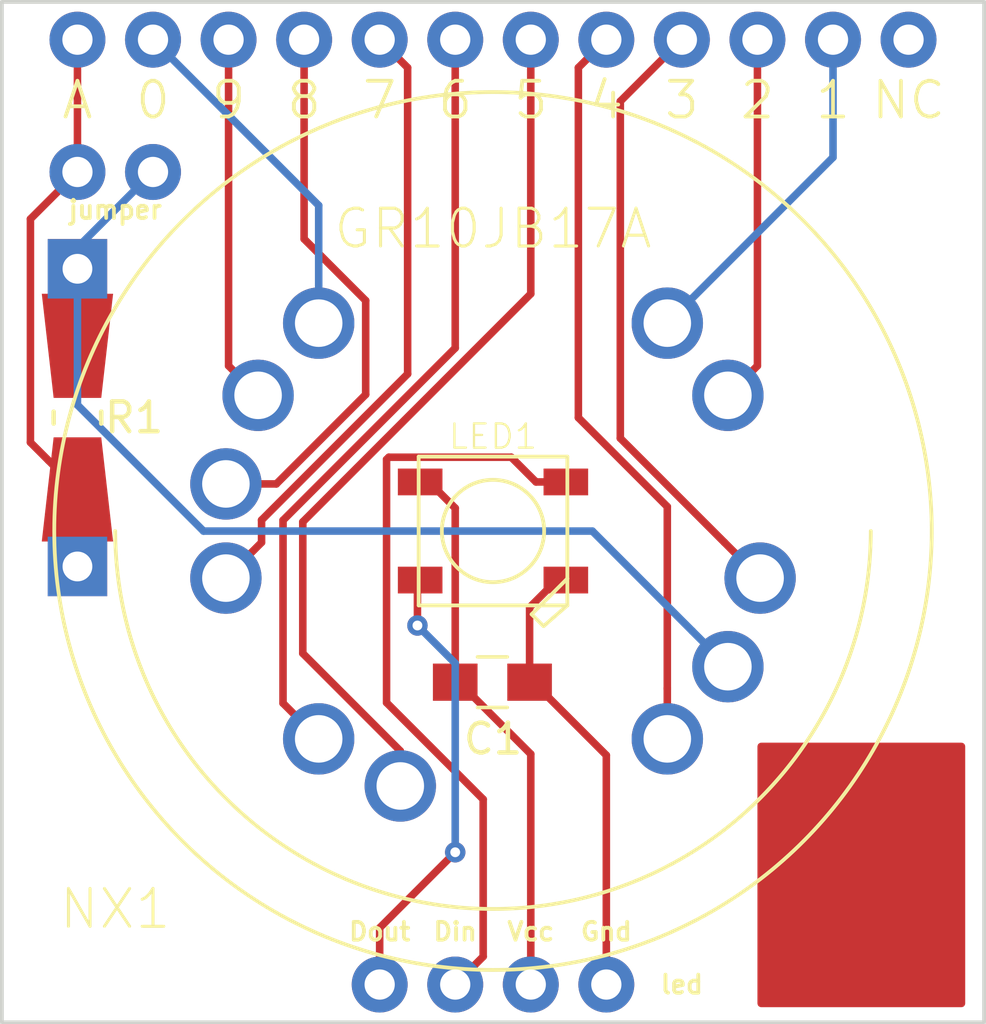
<source format=kicad_pcb>
(kicad_pcb (version 4) (host pcbnew 4.0.6)

  (general
    (links 0)
    (no_connects 22)
    (area 132.016499 87.566499 165.163501 121.983501)
    (thickness 1.6002)
    (drawings 21)
    (tracks 76)
    (zones 0)
    (modules 8)
    (nets 18)
  )

  (page A4)
  (layers
    (0 F.Cu signal)
    (31 B.Cu signal)
    (34 B.Paste user)
    (35 F.Paste user)
    (36 B.SilkS user)
    (37 F.SilkS user)
    (38 B.Mask user)
    (39 F.Mask user)
    (44 Edge.Cuts user)
  )

  (setup
    (last_trace_width 0.254)
    (user_trace_width 0.1524)
    (user_trace_width 0.2)
    (user_trace_width 0.25)
    (user_trace_width 0.3)
    (user_trace_width 0.4)
    (user_trace_width 0.5)
    (user_trace_width 0.6)
    (user_trace_width 0.8)
    (trace_clearance 0.254)
    (zone_clearance 0.1524)
    (zone_45_only no)
    (trace_min 0.1524)
    (segment_width 0.127)
    (edge_width 0.127)
    (via_size 0.6858)
    (via_drill 0.3302)
    (via_min_size 0.6858)
    (via_min_drill 0.3302)
    (uvia_size 0.508)
    (uvia_drill 0.127)
    (uvias_allowed no)
    (uvia_min_size 0.508)
    (uvia_min_drill 0.127)
    (pcb_text_width 0.127)
    (pcb_text_size 0.6 0.6)
    (mod_edge_width 0.127)
    (mod_text_size 0.6 0.6)
    (mod_text_width 0.127)
    (pad_size 1.524 1.524)
    (pad_drill 0.762)
    (pad_to_mask_clearance 0.05)
    (pad_to_paste_clearance -0.04)
    (aux_axis_origin 0 0)
    (grid_origin 148.59 105.41)
    (visible_elements 7FFFFF7F)
    (pcbplotparams
      (layerselection 0x3ffff_80000001)
      (usegerberextensions true)
      (usegerberattributes true)
      (excludeedgelayer true)
      (linewidth 0.127000)
      (plotframeref false)
      (viasonmask false)
      (mode 1)
      (useauxorigin false)
      (hpglpennumber 1)
      (hpglpenspeed 20)
      (hpglpendiameter 15)
      (hpglpenoverlay 2)
      (psnegative false)
      (psa4output false)
      (plotreference true)
      (plotvalue true)
      (plotinvisibletext false)
      (padsonsilk false)
      (subtractmaskfromsilk false)
      (outputformat 1)
      (mirror false)
      (drillshape 0)
      (scaleselection 1)
      (outputdirectory CAM/))
  )

  (net 0 "")
  (net 1 "Net-(C1-Pad1)")
  (net 2 "Net-(C1-Pad2)")
  (net 3 "Net-(JL1-Pad3)")
  (net 4 "Net-(JL1-Pad4)")
  (net 5 "Net-(JN1-Pad1)")
  (net 6 "Net-(JN1-Pad2)")
  (net 7 "Net-(JN1-Pad3)")
  (net 8 "Net-(JN1-Pad4)")
  (net 9 "Net-(JN1-Pad5)")
  (net 10 "Net-(JN1-Pad6)")
  (net 11 "Net-(JN1-Pad7)")
  (net 12 "Net-(JN1-Pad8)")
  (net 13 "Net-(JN1-Pad9)")
  (net 14 "Net-(JN1-Pad10)")
  (net 15 "Net-(JN1-Pad11)")
  (net 16 "Net-(JN1-Pad12)")
  (net 17 "Net-(JR1-Pad1)")

  (net_class Default "Imperial - this is the standard class"
    (clearance 0.254)
    (trace_width 0.254)
    (via_dia 0.6858)
    (via_drill 0.3302)
    (uvia_dia 0.508)
    (uvia_drill 0.127)
    (add_net "Net-(C1-Pad1)")
    (add_net "Net-(C1-Pad2)")
    (add_net "Net-(JL1-Pad3)")
    (add_net "Net-(JL1-Pad4)")
    (add_net "Net-(JN1-Pad1)")
    (add_net "Net-(JN1-Pad10)")
    (add_net "Net-(JN1-Pad11)")
    (add_net "Net-(JN1-Pad12)")
    (add_net "Net-(JN1-Pad2)")
    (add_net "Net-(JN1-Pad3)")
    (add_net "Net-(JN1-Pad4)")
    (add_net "Net-(JN1-Pad5)")
    (add_net "Net-(JN1-Pad6)")
    (add_net "Net-(JN1-Pad7)")
    (add_net "Net-(JN1-Pad8)")
    (add_net "Net-(JN1-Pad9)")
    (add_net "Net-(JR1-Pad1)")
  )

  (net_class 0.2mm ""
    (clearance 0.2)
    (trace_width 0.2)
    (via_dia 0.6858)
    (via_drill 0.3302)
    (uvia_dia 0.508)
    (uvia_drill 0.127)
  )

  (net_class Minimal ""
    (clearance 0.1524)
    (trace_width 0.1524)
    (via_dia 0.6858)
    (via_drill 0.3302)
    (uvia_dia 0.508)
    (uvia_drill 0.127)
  )

  (module Capacitors_SMD:C_0805_HandSoldering (layer F.Cu) (tedit 58AA84A8) (tstamp 59DF9BA8)
    (at 148.57 110.49)
    (descr "Capacitor SMD 0805, hand soldering")
    (tags "capacitor 0805")
    (path /592C7A4C)
    (attr smd)
    (fp_text reference C1 (at 0.02 1.905) (layer F.SilkS)
      (effects (font (size 1 1) (thickness 0.15)))
    )
    (fp_text value 0.1uF (at 0 1.75) (layer F.Fab)
      (effects (font (size 1 1) (thickness 0.15)))
    )
    (fp_text user %R (at 0 -1.75) (layer F.Fab)
      (effects (font (size 1 1) (thickness 0.15)))
    )
    (fp_line (start -1 0.62) (end -1 -0.62) (layer F.Fab) (width 0.1))
    (fp_line (start 1 0.62) (end -1 0.62) (layer F.Fab) (width 0.1))
    (fp_line (start 1 -0.62) (end 1 0.62) (layer F.Fab) (width 0.1))
    (fp_line (start -1 -0.62) (end 1 -0.62) (layer F.Fab) (width 0.1))
    (fp_line (start 0.5 -0.85) (end -0.5 -0.85) (layer F.SilkS) (width 0.12))
    (fp_line (start -0.5 0.85) (end 0.5 0.85) (layer F.SilkS) (width 0.12))
    (fp_line (start -2.25 -0.88) (end 2.25 -0.88) (layer F.CrtYd) (width 0.05))
    (fp_line (start -2.25 -0.88) (end -2.25 0.87) (layer F.CrtYd) (width 0.05))
    (fp_line (start 2.25 0.87) (end 2.25 -0.88) (layer F.CrtYd) (width 0.05))
    (fp_line (start 2.25 0.87) (end -2.25 0.87) (layer F.CrtYd) (width 0.05))
    (pad 1 smd rect (at -1.25 0) (size 1.5 1.25) (layers F.Cu F.Paste F.Mask)
      (net 1 "Net-(C1-Pad1)"))
    (pad 2 smd rect (at 1.25 0) (size 1.5 1.25) (layers F.Cu F.Paste F.Mask)
      (net 2 "Net-(C1-Pad2)"))
    (model Capacitors_SMD.3dshapes/C_0805.wrl
      (at (xyz 0 0 0))
      (scale (xyz 1 1 1))
      (rotate (xyz 0 0 0))
    )
  )

  (module SparkFun-Connectors:SparkFun-Connectors-1X04_NO_SILK (layer F.Cu) (tedit 59DE9C1A) (tstamp 59DF9BC0)
    (at 152.4 120.65 180)
    (descr "PLATED THROUGH HOLE - 4 PIN NO SILK OUTLINE")
    (tags "PLATED THROUGH HOLE - 4 PIN NO SILK OUTLINE")
    (path /592C754C)
    (attr virtual)
    (fp_text reference JL1 (at 0.254 -1.7018 180) (layer F.SilkS) hide
      (effects (font (size 0.6096 0.6096) (thickness 0.127)))
    )
    (fp_text value led (at -2.54 0 180) (layer F.SilkS)
      (effects (font (size 0.6096 0.6096) (thickness 0.127)))
    )
    (fp_line (start 7.366 0.254) (end 7.874 0.254) (layer Dwgs.User) (width 0.06604))
    (fp_line (start 7.874 0.254) (end 7.874 -0.254) (layer Dwgs.User) (width 0.06604))
    (fp_line (start 7.366 -0.254) (end 7.874 -0.254) (layer Dwgs.User) (width 0.06604))
    (fp_line (start 7.366 0.254) (end 7.366 -0.254) (layer Dwgs.User) (width 0.06604))
    (fp_line (start 4.826 0.254) (end 5.334 0.254) (layer Dwgs.User) (width 0.06604))
    (fp_line (start 5.334 0.254) (end 5.334 -0.254) (layer Dwgs.User) (width 0.06604))
    (fp_line (start 4.826 -0.254) (end 5.334 -0.254) (layer Dwgs.User) (width 0.06604))
    (fp_line (start 4.826 0.254) (end 4.826 -0.254) (layer Dwgs.User) (width 0.06604))
    (fp_line (start 2.286 0.254) (end 2.794 0.254) (layer Dwgs.User) (width 0.06604))
    (fp_line (start 2.794 0.254) (end 2.794 -0.254) (layer Dwgs.User) (width 0.06604))
    (fp_line (start 2.286 -0.254) (end 2.794 -0.254) (layer Dwgs.User) (width 0.06604))
    (fp_line (start 2.286 0.254) (end 2.286 -0.254) (layer Dwgs.User) (width 0.06604))
    (fp_line (start -0.254 0.254) (end 0.254 0.254) (layer Dwgs.User) (width 0.06604))
    (fp_line (start 0.254 0.254) (end 0.254 -0.254) (layer Dwgs.User) (width 0.06604))
    (fp_line (start -0.254 -0.254) (end 0.254 -0.254) (layer Dwgs.User) (width 0.06604))
    (fp_line (start -0.254 0.254) (end -0.254 -0.254) (layer Dwgs.User) (width 0.06604))
    (pad 1 thru_hole circle (at 0 0 180) (size 1.8796 1.8796) (drill 1.016) (layers *.Cu *.Paste *.Mask)
      (net 2 "Net-(C1-Pad2)"))
    (pad 2 thru_hole circle (at 2.54 0 180) (size 1.8796 1.8796) (drill 1.016) (layers *.Cu *.Paste *.Mask)
      (net 1 "Net-(C1-Pad1)"))
    (pad 3 thru_hole circle (at 5.08 0 180) (size 1.8796 1.8796) (drill 1.016) (layers *.Cu *.Paste *.Mask)
      (net 3 "Net-(JL1-Pad3)"))
    (pad 4 thru_hole circle (at 7.62 0 180) (size 1.8796 1.8796) (drill 1.016) (layers *.Cu *.Paste *.Mask)
      (net 4 "Net-(JL1-Pad4)"))
  )

  (module SparkFun-Connectors:SparkFun-Connectors-1X12_NO_SILK (layer F.Cu) (tedit 59DE9BEA) (tstamp 59DF9BD0)
    (at 162.56 88.9 180)
    (descr "PLATED THROUGH HOLE -12 PIN NO SILK")
    (tags "PLATED THROUGH HOLE -12 PIN NO SILK")
    (path /592C7388)
    (attr virtual)
    (fp_text reference JN1 (at 0.254 -1.7018 180) (layer F.SilkS) hide
      (effects (font (size 0.6096 0.6096) (thickness 0.127)))
    )
    (fp_text value nixie (at 0.5588 1.7272 180) (layer F.SilkS) hide
      (effects (font (size 0.6096 0.6096) (thickness 0.127)))
    )
    (pad 1 thru_hole circle (at 0 0 180) (size 1.8796 1.8796) (drill 1.016) (layers *.Cu *.Paste *.Mask)
      (net 5 "Net-(JN1-Pad1)"))
    (pad 2 thru_hole circle (at 2.54 0 180) (size 1.8796 1.8796) (drill 1.016) (layers *.Cu *.Paste *.Mask)
      (net 6 "Net-(JN1-Pad2)"))
    (pad 3 thru_hole circle (at 5.08 0 180) (size 1.8796 1.8796) (drill 1.016) (layers *.Cu *.Paste *.Mask)
      (net 7 "Net-(JN1-Pad3)"))
    (pad 4 thru_hole circle (at 7.62 0 180) (size 1.8796 1.8796) (drill 1.016) (layers *.Cu *.Paste *.Mask)
      (net 8 "Net-(JN1-Pad4)"))
    (pad 5 thru_hole circle (at 10.16 0 180) (size 1.8796 1.8796) (drill 1.016) (layers *.Cu *.Paste *.Mask)
      (net 9 "Net-(JN1-Pad5)"))
    (pad 6 thru_hole circle (at 12.7 0 180) (size 1.8796 1.8796) (drill 1.016) (layers *.Cu *.Paste *.Mask)
      (net 10 "Net-(JN1-Pad6)"))
    (pad 7 thru_hole circle (at 15.24 0 180) (size 1.8796 1.8796) (drill 1.016) (layers *.Cu *.Paste *.Mask)
      (net 11 "Net-(JN1-Pad7)"))
    (pad 8 thru_hole circle (at 17.78 0 180) (size 1.8796 1.8796) (drill 1.016) (layers *.Cu *.Paste *.Mask)
      (net 12 "Net-(JN1-Pad8)"))
    (pad 9 thru_hole circle (at 20.32 0 180) (size 1.8796 1.8796) (drill 1.016) (layers *.Cu *.Paste *.Mask)
      (net 13 "Net-(JN1-Pad9)"))
    (pad 10 thru_hole circle (at 22.86 0 180) (size 1.8796 1.8796) (drill 1.016) (layers *.Cu *.Paste *.Mask)
      (net 14 "Net-(JN1-Pad10)"))
    (pad 11 thru_hole circle (at 25.4 0 180) (size 1.8796 1.8796) (drill 1.016) (layers *.Cu *.Paste *.Mask)
      (net 15 "Net-(JN1-Pad11)"))
    (pad 12 thru_hole circle (at 27.94 0 180) (size 1.8796 1.8796) (drill 1.016) (layers *.Cu *.Paste *.Mask)
      (net 16 "Net-(JN1-Pad12)"))
  )

  (module SparkFun-Connectors:SparkFun-Connectors-1X02_NO_SILK (layer F.Cu) (tedit 59DE9CC8) (tstamp 59DF9BDE)
    (at 137.16 93.345 180)
    (descr "PLATED THROUGH HOLE - NO SILK OUTLINE")
    (tags "PLATED THROUGH HOLE - NO SILK OUTLINE")
    (path /592C801E)
    (attr virtual)
    (fp_text reference JR1 (at 0.254 -1.7018 180) (layer F.SilkS) hide
      (effects (font (size 0.6096 0.6096) (thickness 0.127)))
    )
    (fp_text value jumper (at 1.27 -1.27 180) (layer F.SilkS)
      (effects (font (size 0.6096 0.6096) (thickness 0.127)))
    )
    (fp_line (start 2.286 0.254) (end 2.794 0.254) (layer Dwgs.User) (width 0.06604))
    (fp_line (start 2.794 0.254) (end 2.794 -0.254) (layer Dwgs.User) (width 0.06604))
    (fp_line (start 2.286 -0.254) (end 2.794 -0.254) (layer Dwgs.User) (width 0.06604))
    (fp_line (start 2.286 0.254) (end 2.286 -0.254) (layer Dwgs.User) (width 0.06604))
    (fp_line (start -0.254 0.254) (end 0.254 0.254) (layer Dwgs.User) (width 0.06604))
    (fp_line (start 0.254 0.254) (end 0.254 -0.254) (layer Dwgs.User) (width 0.06604))
    (fp_line (start -0.254 -0.254) (end 0.254 -0.254) (layer Dwgs.User) (width 0.06604))
    (fp_line (start -0.254 0.254) (end -0.254 -0.254) (layer Dwgs.User) (width 0.06604))
    (pad 1 thru_hole circle (at 0 0 180) (size 1.8796 1.8796) (drill 1.016) (layers *.Cu *.Paste *.Mask)
      (net 17 "Net-(JR1-Pad1)"))
    (pad 2 thru_hole circle (at 2.54 0 180) (size 1.8796 1.8796) (drill 1.016) (layers *.Cu *.Paste *.Mask)
      (net 16 "Net-(JN1-Pad12)"))
  )

  (module adafruit:adafruit-WS2812B (layer F.Cu) (tedit 59DE9C60) (tstamp 59DF9BF1)
    (at 148.59 105.41 180)
    (path /592C7523)
    (attr smd)
    (fp_text reference LED1 (at 0 3.175 180) (layer F.SilkS)
      (effects (font (size 0.8128 0.8128) (thickness 0.0762)))
    )
    (fp_text value WS2812B5050 (at 0 0 180) (layer F.SilkS) hide
      (effects (font (thickness 0.15)))
    )
    (fp_line (start 2.49936 2.49936) (end -2.49936 2.49936) (layer F.SilkS) (width 0.127))
    (fp_line (start -2.49936 2.49936) (end -2.49936 -1.59766) (layer F.SilkS) (width 0.127))
    (fp_line (start -2.49936 -1.59766) (end -2.49936 -2.49936) (layer F.SilkS) (width 0.127))
    (fp_line (start -2.49936 -2.49936) (end -1.59766 -2.49936) (layer F.SilkS) (width 0.127))
    (fp_line (start -1.59766 -2.49936) (end 2.49936 -2.49936) (layer F.SilkS) (width 0.127))
    (fp_line (start 2.49936 -2.49936) (end 2.49936 2.49936) (layer F.SilkS) (width 0.127))
    (fp_line (start -2.49936 -1.59766) (end -1.59766 -2.49936) (layer F.SilkS) (width 0.127))
    (fp_line (start -1.59766 -2.49936) (end -1.29794 -2.79908) (layer F.SilkS) (width 0.127))
    (fp_line (start -1.29794 -2.79908) (end -1.69926 -3.19786) (layer F.SilkS) (width 0.127))
    (fp_line (start -1.69926 -3.19786) (end -2.49936 -2.49936) (layer F.SilkS) (width 0.127))
    (fp_circle (center 0 0) (end 0 -1.71958) (layer F.SilkS) (width 0.127))
    (pad 1-VD smd rect (at 2.44856 1.64846) (size 1.4986 0.89916) (layers F.Cu F.Paste F.Mask)
      (net 1 "Net-(C1-Pad1)"))
    (pad 2-DO smd rect (at 2.44856 -1.64846) (size 1.4986 0.89916) (layers F.Cu F.Paste F.Mask)
      (net 4 "Net-(JL1-Pad4)"))
    (pad 3-GN smd rect (at -2.44856 -1.64846) (size 1.4986 0.89916) (layers F.Cu F.Paste F.Mask)
      (net 2 "Net-(C1-Pad2)"))
    (pad 4-DI smd rect (at -2.44856 1.64846) (size 1.4986 0.89916) (layers F.Cu F.Paste F.Mask)
      (net 3 "Net-(JL1-Pad3)"))
  )

  (module mynixies:mynixies-B17A-DSUB (layer F.Cu) (tedit 200000) (tstamp 59DF9C05)
    (at 148.59 105.41)
    (path /59DE9822)
    (attr virtual)
    (fp_text reference NX1 (at -12.7 12.7) (layer F.SilkS)
      (effects (font (size 1.27 1.27) (thickness 0.1016)))
    )
    (fp_text value GR10JB17A (at 0 -10.16) (layer F.SilkS)
      (effects (font (size 1.27 1.27) (thickness 0.1016)))
    )
    (fp_circle (center 0 0) (end 0 -14.74978) (layer F.SilkS) (width 0.127))
    (fp_arc (start 0 0) (end 12.7 0) (angle 180) (layer F.SilkS) (width 0.127))
    (pad P$1 thru_hole circle (at -5.85978 6.985) (size 2.39776 2.39776) (drill 1.59766) (layers *.Cu *.Paste *.Mask)
      (net 11 "Net-(JN1-Pad7)"))
    (pad P$2 thru_hole circle (at -3.11658 8.56742) (size 2.39776 2.39776) (drill 1.59766) (layers *.Cu *.Paste *.Mask)
      (net 10 "Net-(JN1-Pad6)"))
    (pad P$5 thru_hole circle (at 5.85978 6.985) (size 2.39776 2.39776) (drill 1.59766) (layers *.Cu *.Paste *.Mask)
      (net 9 "Net-(JN1-Pad5)"))
    (pad P$6 thru_hole circle (at 7.89686 4.5593) (size 2.39776 2.39776) (drill 1.59766) (layers *.Cu *.Paste *.Mask)
      (net 17 "Net-(JR1-Pad1)"))
    (pad P$7 thru_hole circle (at 8.9789 1.58242) (size 2.39776 2.39776) (drill 1.59766) (layers *.Cu *.Paste *.Mask)
      (net 8 "Net-(JN1-Pad4)"))
    (pad P$9 thru_hole circle (at 7.89686 -4.5593) (size 2.39776 2.39776) (drill 1.59766) (layers *.Cu *.Paste *.Mask)
      (net 7 "Net-(JN1-Pad3)"))
    (pad P$10 thru_hole circle (at 5.85978 -6.985) (size 2.39776 2.39776) (drill 1.59766) (layers *.Cu *.Paste *.Mask)
      (net 6 "Net-(JN1-Pad2)"))
    (pad P$14 thru_hole circle (at -5.85978 -6.985) (size 2.39776 2.39776) (drill 1.59766) (layers *.Cu *.Paste *.Mask)
      (net 15 "Net-(JN1-Pad11)"))
    (pad P$15 thru_hole circle (at -7.89686 -4.5593) (size 2.39776 2.39776) (drill 1.59766) (layers *.Cu *.Paste *.Mask)
      (net 14 "Net-(JN1-Pad10)"))
    (pad P$16 thru_hole circle (at -8.9789 -1.58242) (size 2.39776 2.39776) (drill 1.59766) (layers *.Cu *.Paste *.Mask)
      (net 13 "Net-(JN1-Pad9)"))
    (pad P$17 thru_hole circle (at -8.9789 1.58242) (size 2.39776 2.39776) (drill 1.59766) (layers *.Cu *.Paste *.Mask)
      (net 12 "Net-(JN1-Pad8)"))
    (pad "" np_thru_hole circle (at 0.96266 -5.46354) (size 1.59766 1.59766) (drill 1.59766) (layers *.Cu *.Mask))
    (pad "" np_thru_hole circle (at -5.21462 1.89738) (size 1.59766 1.59766) (drill 1.59766) (layers *.Cu *.Mask))
    (pad "" np_thru_hole circle (at 4.24942 3.56616) (size 1.59766 1.59766) (drill 1.59766) (layers *.Cu *.Mask))
  )

  (module Resistors_Universal:Resistor_SMD+THTuniversal_0805to1206_RM10_HandSoldering (layer F.Cu) (tedit 59DEA11F) (tstamp 59DF9C11)
    (at 134.62 101.6 270)
    (descr "Resistor, SMD and THT, universal, 0805 to 1206,RM10,  Hand soldering,")
    (tags "Resistor, SMD and THT, universal, 0805 to 1206, RM10, Hand soldering,")
    (path /592C7A6F)
    (fp_text reference R1 (at 0 -1.905 360) (layer F.SilkS)
      (effects (font (size 1 1) (thickness 0.15)))
    )
    (fp_text value R (at -0.39878 4.20116 270) (layer F.Fab)
      (effects (font (size 1 1) (thickness 0.15)))
    )
    (fp_line (start 0 0.8001) (end 0.20066 0.8001) (layer F.SilkS) (width 0.15))
    (fp_line (start 0 0.8001) (end -0.20066 0.8001) (layer F.SilkS) (width 0.15))
    (fp_line (start -0.09906 -0.8001) (end -0.20066 -0.8001) (layer F.SilkS) (width 0.15))
    (fp_line (start -0.20066 -0.8001) (end 0.20066 -0.8001) (layer F.SilkS) (width 0.15))
    (pad 1 smd trapezoid (at -2.413 0 270) (size 3.50012 1.99898) (rect_delta 0.39878 0 ) (layers F.Cu F.Paste F.Mask)
      (net 17 "Net-(JR1-Pad1)"))
    (pad 2 smd trapezoid (at 2.413 0 90) (size 3.50012 1.99898) (rect_delta 0.39878 0 ) (layers F.Cu F.Paste F.Mask)
      (net 16 "Net-(JN1-Pad12)"))
    (pad 1 thru_hole rect (at -5.00126 0 90) (size 1.99898 1.99898) (drill 1.00076) (layers *.Cu *.Mask)
      (net 17 "Net-(JR1-Pad1)"))
    (pad 2 thru_hole rect (at 5.00126 0 90) (size 1.99898 1.99898) (drill 1.00076) (layers *.Cu *.Mask)
      (net 16 "Net-(JN1-Pad12)"))
  )

  (module logos:mermaid_l (layer F.Cu) (tedit 0) (tstamp 59DFF4E1)
    (at 160.02 116.84)
    (fp_text reference G*** (at 0 0) (layer F.SilkS) hide
      (effects (font (thickness 0.3)))
    )
    (fp_text value LOGO (at 0.75 0) (layer F.SilkS) hide
      (effects (font (thickness 0.3)))
    )
    (fp_poly (pts (xy 0.016811 -3.773536) (xy 0.035492 -3.771585) (xy 0.039687 -3.770741) (xy 0.079417 -3.757244)
      (xy 0.111324 -3.737775) (xy 0.124832 -3.725513) (xy 0.142677 -3.704599) (xy 0.153161 -3.684612)
      (xy 0.15793 -3.661447) (xy 0.15875 -3.64097) (xy 0.158058 -3.61993) (xy 0.155124 -3.604749)
      (xy 0.148654 -3.590748) (xy 0.141938 -3.580059) (xy 0.122141 -3.557766) (xy 0.098998 -3.544256)
      (xy 0.074141 -3.539962) (xy 0.049199 -3.545313) (xy 0.036501 -3.55221) (xy 0.025568 -3.560763)
      (xy 0.019906 -3.570026) (xy 0.017449 -3.584153) (xy 0.016932 -3.59157) (xy 0.016648 -3.608477)
      (xy 0.018904 -3.618133) (xy 0.024587 -3.623743) (xy 0.026084 -3.624592) (xy 0.039465 -3.627784)
      (xy 0.050441 -3.626922) (xy 0.059967 -3.622881) (xy 0.061919 -3.615123) (xy 0.060823 -3.608777)
      (xy 0.060289 -3.596153) (xy 0.064906 -3.590901) (xy 0.073078 -3.592235) (xy 0.083211 -3.599369)
      (xy 0.093713 -3.61152) (xy 0.102989 -3.6279) (xy 0.103896 -3.629997) (xy 0.108418 -3.643365)
      (xy 0.108287 -3.6547) (xy 0.103467 -3.669685) (xy 0.087643 -3.698859) (xy 0.064252 -3.721926)
      (xy 0.050164 -3.731216) (xy 0.036916 -3.737802) (xy 0.022748 -3.741623) (xy 0.004134 -3.743365)
      (xy -0.014288 -3.743716) (xy -0.040147 -3.742911) (xy -0.057394 -3.740394) (xy -0.064294 -3.73724)
      (xy -0.073648 -3.731439) (xy -0.077728 -3.730626) (xy -0.088165 -3.726605) (xy -0.102163 -3.716065)
      (xy -0.117406 -3.701291) (xy -0.131579 -3.684564) (xy -0.142367 -3.668169) (xy -0.143717 -3.665542)
      (xy -0.151883 -3.648712) (xy -0.159332 -3.633251) (xy -0.163088 -3.620111) (xy -0.165384 -3.598867)
      (xy -0.16631 -3.568514) (xy -0.166318 -3.553876) (xy -0.166026 -3.5265) (xy -0.165145 -3.506715)
      (xy -0.163111 -3.491529) (xy -0.159359 -3.477949) (xy -0.153324 -3.462983) (xy -0.14625 -3.447521)
      (xy -0.121753 -3.405235) (xy -0.0903 -3.36927) (xy -0.051325 -3.33924) (xy -0.004264 -3.314759)
      (xy 0.051447 -3.295441) (xy 0.089958 -3.28602) (xy 0.119366 -3.282227) (xy 0.156195 -3.281263)
      (xy 0.197719 -3.282946) (xy 0.241212 -3.28709) (xy 0.283951 -3.293513) (xy 0.321687 -3.301638)
      (xy 0.342155 -3.307861) (xy 0.360849 -3.315263) (xy 0.376278 -3.322945) (xy 0.386953 -3.330006)
      (xy 0.391385 -3.335547) (xy 0.388082 -3.338667) (xy 0.383597 -3.339042) (xy 0.373649 -3.342219)
      (xy 0.357833 -3.350734) (xy 0.338335 -3.36306) (xy 0.317344 -3.377673) (xy 0.297047 -3.393046)
      (xy 0.279632 -3.407655) (xy 0.267286 -3.419973) (xy 0.26692 -3.420407) (xy 0.246827 -3.446164)
      (xy 0.232225 -3.469838) (xy 0.221889 -3.494463) (xy 0.214597 -3.523071) (xy 0.209127 -3.558694)
      (xy 0.208269 -3.565849) (xy 0.208225 -3.599519) (xy 0.214696 -3.635439) (xy 0.226608 -3.670269)
      (xy 0.242885 -3.700666) (xy 0.257355 -3.718587) (xy 0.284712 -3.739246) (xy 0.316451 -3.752322)
      (xy 0.350326 -3.757709) (xy 0.384089 -3.755304) (xy 0.415495 -3.745003) (xy 0.441854 -3.727116)
      (xy 0.456743 -3.708989) (xy 0.464158 -3.687733) (xy 0.465666 -3.667574) (xy 0.46447 -3.649678)
      (xy 0.459418 -3.636679) (xy 0.44831 -3.623019) (xy 0.447843 -3.622523) (xy 0.432662 -3.60928)
      (xy 0.418526 -3.60395) (xy 0.413448 -3.603625) (xy 0.394908 -3.608269) (xy 0.381565 -3.620647)
      (xy 0.375782 -3.638431) (xy 0.375708 -3.640833) (xy 0.378805 -3.655072) (xy 0.386689 -3.660815)
      (xy 0.397247 -3.657238) (xy 0.40302 -3.65151) (xy 0.411119 -3.643576) (xy 0.417703 -3.64383)
      (xy 0.420717 -3.645984) (xy 0.426691 -3.656909) (xy 0.428309 -3.673525) (xy 0.425542 -3.691863)
      (xy 0.421138 -3.703294) (xy 0.410709 -3.716673) (xy 0.399156 -3.725521) (xy 0.381042 -3.731036)
      (xy 0.358057 -3.732598) (xy 0.335132 -3.730244) (xy 0.318905 -3.724949) (xy 0.298369 -3.711409)
      (xy 0.278961 -3.693672) (xy 0.264484 -3.675356) (xy 0.26187 -3.670693) (xy 0.258107 -3.658302)
      (xy 0.255508 -3.640465) (xy 0.254155 -3.620218) (xy 0.254128 -3.6006) (xy 0.25551 -3.584648)
      (xy 0.258381 -3.5754) (xy 0.259291 -3.574521) (xy 0.263387 -3.567227) (xy 0.264583 -3.558334)
      (xy 0.266434 -3.54854) (xy 0.269875 -3.545417) (xy 0.274956 -3.541344) (xy 0.275166 -3.539772)
      (xy 0.278369 -3.532005) (xy 0.286651 -3.519125) (xy 0.298022 -3.503894) (xy 0.310492 -3.489074)
      (xy 0.315691 -3.483521) (xy 0.332808 -3.469181) (xy 0.356966 -3.453086) (xy 0.385192 -3.436898)
      (xy 0.41451 -3.422278) (xy 0.441945 -3.410886) (xy 0.451563 -3.407656) (xy 0.513508 -3.39253)
      (xy 0.572008 -3.386659) (xy 0.6285 -3.390216) (xy 0.684423 -3.403376) (xy 0.741216 -3.42631)
      (xy 0.78052 -3.447259) (xy 0.817352 -3.46804) (xy 0.848125 -3.483558) (xy 0.875501 -3.494552)
      (xy 0.902139 -3.501759) (xy 0.9307 -3.505917) (xy 0.963843 -3.507764) (xy 0.999762 -3.50806)
      (xy 1.029829 -3.507596) (xy 1.058475 -3.506543) (xy 1.08289 -3.505047) (xy 1.100268 -3.50325)
      (xy 1.103312 -3.502746) (xy 1.124251 -3.498943) (xy 1.148566 -3.494739) (xy 1.16152 -3.492588)
      (xy 1.183437 -3.488718) (xy 1.205109 -3.484407) (xy 1.21576 -3.482026) (xy 1.242534 -3.475574)
      (xy 1.261268 -3.470981) (xy 1.27422 -3.467665) (xy 1.283649 -3.465044) (xy 1.29181 -3.462534)
      (xy 1.293812 -3.46189) (xy 1.330054 -3.447173) (xy 1.362613 -3.428217) (xy 1.390124 -3.406284)
      (xy 1.411222 -3.382636) (xy 1.42454 -3.358536) (xy 1.428749 -3.337087) (xy 1.430965 -3.31796)
      (xy 1.436932 -3.293293) (xy 1.445634 -3.266996) (xy 1.4496 -3.257021) (xy 1.460028 -3.223921)
      (xy 1.465344 -3.188889) (xy 1.465701 -3.173183) (xy 1.465206 -3.152449) (xy 1.465622 -3.140318)
      (xy 1.467505 -3.134815) (xy 1.471411 -3.133966) (xy 1.476375 -3.135313) (xy 1.485246 -3.136563)
      (xy 1.485546 -3.132317) (xy 1.477379 -3.123141) (xy 1.473497 -3.119686) (xy 1.464568 -3.110292)
      (xy 1.463129 -3.101507) (xy 1.465406 -3.093994) (xy 1.472998 -3.082438) (xy 1.485846 -3.06985)
      (xy 1.491895 -3.065257) (xy 1.507592 -3.051442) (xy 1.513053 -3.038041) (xy 1.508312 -3.023896)
      (xy 1.493572 -3.007997) (xy 1.481954 -2.996879) (xy 1.477871 -2.989625) (xy 1.480148 -2.984092)
      (xy 1.480343 -2.983889) (xy 1.48489 -2.973373) (xy 1.486712 -2.956585) (xy 1.485771 -2.93749)
      (xy 1.482027 -2.920051) (xy 1.481007 -2.917281) (xy 1.468042 -2.883178) (xy 1.459777 -2.85676)
      (xy 1.455764 -2.836468) (xy 1.455208 -2.827306) (xy 1.451635 -2.812089) (xy 1.440656 -2.801224)
      (xy 1.433744 -2.797314) (xy 1.425278 -2.794661) (xy 1.41333 -2.793085) (xy 1.395971 -2.79241)
      (xy 1.371273 -2.792457) (xy 1.349375 -2.792809) (xy 1.31873 -2.793255) (xy 1.296659 -2.793112)
      (xy 1.281157 -2.792186) (xy 1.270221 -2.790279) (xy 1.261849 -2.787196) (xy 1.255447 -2.783626)
      (xy 1.244268 -2.774775) (xy 1.238474 -2.766405) (xy 1.23825 -2.764974) (xy 1.235863 -2.757876)
      (xy 1.233805 -2.756959) (xy 1.229201 -2.752098) (xy 1.223916 -2.739092) (xy 1.218503 -2.720308)
      (xy 1.213515 -2.698112) (xy 1.209506 -2.674871) (xy 1.207028 -2.652951) (xy 1.2065 -2.640132)
      (xy 1.207874 -2.614203) (xy 1.211589 -2.582523) (xy 1.217032 -2.549504) (xy 1.222776 -2.522803)
      (xy 1.235661 -2.473043) (xy 1.247332 -2.433315) (xy 1.257929 -2.403156) (xy 1.259293 -2.399771)
      (xy 1.264013 -2.387513) (xy 1.269636 -2.371955) (xy 1.270086 -2.370667) (xy 1.278721 -2.347809)
      (xy 1.289907 -2.322021) (xy 1.304888 -2.290463) (xy 1.308378 -2.283355) (xy 1.317963 -2.259043)
      (xy 1.323702 -2.234224) (xy 1.325348 -2.211548) (xy 1.322652 -2.19366) (xy 1.317561 -2.184909)
      (xy 1.307186 -2.176016) (xy 1.292853 -2.165074) (xy 1.277255 -2.153968) (xy 1.263087 -2.144581)
      (xy 1.253044 -2.138797) (xy 1.250232 -2.137834) (xy 1.242386 -2.13401) (xy 1.231208 -2.124466)
      (xy 1.219519 -2.11209) (xy 1.21014 -2.099773) (xy 1.206613 -2.093154) (xy 1.204218 -2.073293)
      (xy 1.210459 -2.048342) (xy 1.211685 -2.04523) (xy 1.220793 -2.023791) (xy 1.23213 -1.998543)
      (xy 1.244765 -1.971403) (xy 1.257766 -1.944284) (xy 1.270202 -1.9191) (xy 1.281142 -1.897767)
      (xy 1.289653 -1.882198) (xy 1.294804 -1.874308) (xy 1.294911 -1.874195) (xy 1.300737 -1.866426)
      (xy 1.30175 -1.863411) (xy 1.305702 -1.855954) (xy 1.316422 -1.843726) (xy 1.332206 -1.828296)
      (xy 1.351351 -1.811235) (xy 1.372151 -1.794113) (xy 1.392903 -1.778501) (xy 1.397 -1.775628)
      (xy 1.412481 -1.764474) (xy 1.432822 -1.749179) (xy 1.456251 -1.731147) (xy 1.480994 -1.711783)
      (xy 1.505277 -1.692489) (xy 1.527327 -1.674669) (xy 1.54537 -1.659728) (xy 1.557633 -1.649068)
      (xy 1.561041 -1.645785) (xy 1.566531 -1.641261) (xy 1.577559 -1.632846) (xy 1.584854 -1.62743)
      (xy 1.599074 -1.616479) (xy 1.610642 -1.606732) (xy 1.613958 -1.603563) (xy 1.621166 -1.597319)
      (xy 1.63503 -1.586326) (xy 1.653625 -1.57203) (xy 1.675029 -1.555881) (xy 1.697317 -1.539326)
      (xy 1.718566 -1.523814) (xy 1.736854 -1.510793) (xy 1.740958 -1.507944) (xy 1.75542 -1.497422)
      (xy 1.767734 -1.487559) (xy 1.769672 -1.48584) (xy 1.781335 -1.477351) (xy 1.789516 -1.473434)
      (xy 1.797549 -1.469117) (xy 1.799166 -1.466423) (xy 1.803588 -1.462135) (xy 1.814535 -1.456503)
      (xy 1.817687 -1.455209) (xy 1.829662 -1.449593) (xy 1.835937 -1.444862) (xy 1.836208 -1.4441)
      (xy 1.840779 -1.440501) (xy 1.852852 -1.434525) (xy 1.869967 -1.42737) (xy 1.872824 -1.426267)
      (xy 1.88894 -1.420424) (xy 1.902804 -1.416562) (xy 1.917198 -1.414357) (xy 1.934907 -1.413483)
      (xy 1.958714 -1.413615) (xy 1.977334 -1.414048) (xy 2.011477 -1.415666) (xy 2.050591 -1.418652)
      (xy 2.089221 -1.422539) (xy 2.114726 -1.425785) (xy 2.14488 -1.42989) (xy 2.16751 -1.432256)
      (xy 2.18552 -1.432964) (xy 2.201812 -1.432095) (xy 2.219288 -1.429731) (xy 2.224528 -1.428856)
      (xy 2.245404 -1.424861) (xy 2.257747 -1.421152) (xy 2.263552 -1.416902) (xy 2.264833 -1.412127)
      (xy 2.263508 -1.406717) (xy 2.257986 -1.403732) (xy 2.245944 -1.402491) (xy 2.231409 -1.402292)
      (xy 2.207764 -1.401303) (xy 2.182238 -1.398663) (xy 2.158033 -1.394866) (xy 2.138355 -1.390404)
      (xy 2.12725 -1.386276) (xy 2.123304 -1.383434) (xy 2.123829 -1.381057) (xy 2.130164 -1.378752)
      (xy 2.143652 -1.376125) (xy 2.165634 -1.37278) (xy 2.180166 -1.370725) (xy 2.208747 -1.366286)
      (xy 2.230983 -1.361492) (xy 2.251087 -1.355226) (xy 2.27327 -1.34637) (xy 2.275416 -1.345449)
      (xy 2.291879 -1.337058) (xy 2.307873 -1.326809) (xy 2.32072 -1.316668) (xy 2.327745 -1.308602)
      (xy 2.328333 -1.306591) (xy 2.323743 -1.304335) (xy 2.312281 -1.304011) (xy 2.297402 -1.305252)
      (xy 2.282566 -1.307694) (xy 2.271229 -1.31097) (xy 2.267743 -1.312991) (xy 2.258675 -1.31683)
      (xy 2.251604 -1.317626) (xy 2.239817 -1.320172) (xy 2.234786 -1.323331) (xy 2.225761 -1.326846)
      (xy 2.213884 -1.326984) (xy 2.204136 -1.325219) (xy 2.204029 -1.323129) (xy 2.20927 -1.320799)
      (xy 2.23606 -1.310129) (xy 2.25511 -1.301894) (xy 2.268643 -1.294964) (xy 2.278885 -1.288209)
      (xy 2.287322 -1.281169) (xy 2.296853 -1.2715) (xy 2.301715 -1.264499) (xy 2.301875 -1.263719)
      (xy 2.297454 -1.259587) (xy 2.285098 -1.260225) (xy 2.266162 -1.265338) (xy 2.242005 -1.274631)
      (xy 2.232778 -1.27872) (xy 2.210862 -1.287938) (xy 2.195226 -1.292907) (xy 2.186673 -1.293593)
      (xy 2.186011 -1.289959) (xy 2.194044 -1.28197) (xy 2.19612 -1.28034) (xy 2.207237 -1.273141)
      (xy 2.215319 -1.270118) (xy 2.221801 -1.265714) (xy 2.226876 -1.256324) (xy 2.227791 -1.251047)
      (xy 2.223516 -1.248302) (xy 2.212505 -1.249392) (xy 2.197482 -1.253408) (xy 2.181171 -1.259436)
      (xy 2.166296 -1.266566) (xy 2.15558 -1.273887) (xy 2.153708 -1.275833) (xy 2.146702 -1.280288)
      (xy 2.132687 -1.286789) (xy 2.114695 -1.294037) (xy 2.095756 -1.300732) (xy 2.095124 -1.300937)
      (xy 2.07869 -1.304461) (xy 2.057774 -1.306667) (xy 2.046312 -1.307042) (xy 2.028903 -1.306558)
      (xy 2.018807 -1.304253) (xy 2.012768 -1.298853) (xy 2.009183 -1.29249) (xy 2.005287 -1.278785)
      (xy 2.008579 -1.265874) (xy 2.019902 -1.252443) (xy 2.040101 -1.237179) (xy 2.048014 -1.232048)
      (xy 2.069352 -1.218173) (xy 2.083328 -1.207722) (xy 2.091758 -1.198848) (xy 2.096459 -1.189706)
      (xy 2.098878 -1.180349) (xy 2.099775 -1.168122) (xy 2.095521 -1.163627) (xy 2.094838 -1.16354)
      (xy 2.077123 -1.165005) (xy 2.064663 -1.173081) (xy 2.054291 -1.180457) (xy 2.036679 -1.190046)
      (xy 2.014573 -1.20055) (xy 1.990717 -1.210671) (xy 1.967857 -1.219114) (xy 1.965854 -1.219776)
      (xy 1.928101 -1.233609) (xy 1.898307 -1.248381) (xy 1.87387 -1.26573) (xy 1.852189 -1.287294)
      (xy 1.844908 -1.29597) (xy 1.82922 -1.314316) (xy 1.813605 -1.330793) (xy 1.80082 -1.342542)
      (xy 1.797992 -1.344686) (xy 1.786309 -1.353213) (xy 1.778836 -1.359346) (xy 1.778 -1.360236)
      (xy 1.771224 -1.365606) (xy 1.75693 -1.374794) (xy 1.736985 -1.386729) (xy 1.713259 -1.400343)
      (xy 1.687619 -1.414565) (xy 1.661936 -1.428326) (xy 1.638076 -1.440557) (xy 1.635125 -1.442019)
      (xy 1.587553 -1.46584) (xy 1.546283 -1.487396) (xy 1.507857 -1.50852) (xy 1.481666 -1.52353)
      (xy 1.464862 -1.532936) (xy 1.450648 -1.540248) (xy 1.443302 -1.543429) (xy 1.435482 -1.548118)
      (xy 1.434041 -1.551076) (xy 1.429946 -1.555562) (xy 1.42835 -1.55575) (xy 1.421455 -1.558368)
      (xy 1.407463 -1.565519) (xy 1.388265 -1.576151) (xy 1.365753 -1.589212) (xy 1.341819 -1.60365)
      (xy 1.338081 -1.605957) (xy 1.328838 -1.611626) (xy 1.314356 -1.620452) (xy 1.303686 -1.626934)
      (xy 1.289183 -1.635949) (xy 1.278713 -1.64286) (xy 1.275291 -1.645485) (xy 1.269816 -1.650117)
      (xy 1.258818 -1.65865) (xy 1.251479 -1.66417) (xy 1.234056 -1.677274) (xy 1.220686 -1.687881)
      (xy 1.208649 -1.698391) (xy 1.195222 -1.711206) (xy 1.177684 -1.728725) (xy 1.173427 -1.733021)
      (xy 1.154691 -1.753203) (xy 1.136473 -1.774958) (xy 1.121826 -1.794574) (xy 1.117957 -1.80049)
      (xy 1.107458 -1.815879) (xy 1.098096 -1.826821) (xy 1.091977 -1.830917) (xy 1.085418 -1.828569)
      (xy 1.084785 -1.826948) (xy 1.081627 -1.820717) (xy 1.073818 -1.810294) (xy 1.071556 -1.807605)
      (xy 1.063024 -1.796859) (xy 1.058535 -1.789598) (xy 1.058333 -1.788759) (xy 1.055116 -1.78268)
      (xy 1.048847 -1.77503) (xy 1.038358 -1.760344) (xy 1.026121 -1.737991) (xy 1.013216 -1.710506)
      (xy 1.00072 -1.680421) (xy 0.989714 -1.650268) (xy 0.981275 -1.622581) (xy 0.977986 -1.608667)
      (xy 0.968972 -1.562362) (xy 0.962328 -1.523365) (xy 0.95779 -1.488735) (xy 0.955093 -1.45553)
      (xy 0.953972 -1.420809) (xy 0.954162 -1.38163) (xy 0.954874 -1.352021) (xy 0.955956 -1.318336)
      (xy 0.957154 -1.287144) (xy 0.958377 -1.260422) (xy 0.959534 -1.240144) (xy 0.960534 -1.228284)
      (xy 0.960617 -1.227667) (xy 0.961429 -1.217554) (xy 0.962358 -1.198447) (xy 0.96335 -1.171939)
      (xy 0.964353 -1.139617) (xy 0.96531 -1.103071) (xy 0.96617 -1.063891) (xy 0.966176 -1.063625)
      (xy 0.966988 -1.016579) (xy 0.967314 -0.977779) (xy 0.967075 -0.9449) (xy 0.96619 -0.915612)
      (xy 0.964579 -0.887587) (xy 0.962164 -0.858498) (xy 0.958863 -0.826017) (xy 0.95765 -0.814917)
      (xy 0.951084 -0.75682) (xy 0.945176 -0.707679) (xy 0.939682 -0.665903) (xy 0.934356 -0.629902)
      (xy 0.928956 -0.598088) (xy 0.923235 -0.56887) (xy 0.916949 -0.54066) (xy 0.912885 -0.523875)
      (xy 0.906794 -0.498662) (xy 0.901413 -0.475129) (xy 0.897462 -0.456489) (xy 0.895973 -0.44834)
      (xy 0.892856 -0.434708) (xy 0.889085 -0.426281) (xy 0.888285 -0.425538) (xy 0.884592 -0.418555)
      (xy 0.883669 -0.411115) (xy 0.882028 -0.401383) (xy 0.877635 -0.38436) (xy 0.871226 -0.362746)
      (xy 0.866028 -0.346605) (xy 0.857767 -0.321534) (xy 0.84996 -0.297435) (xy 0.843739 -0.277819)
      (xy 0.841302 -0.269875) (xy 0.836378 -0.25453) (xy 0.832191 -0.243342) (xy 0.830942 -0.240771)
      (xy 0.827336 -0.232696) (xy 0.822295 -0.21902) (xy 0.820702 -0.214313) (xy 0.81395 -0.195276)
      (xy 0.806669 -0.176625) (xy 0.80583 -0.174625) (xy 0.798972 -0.158321) (xy 0.792944 -0.14374)
      (xy 0.792593 -0.142875) (xy 0.786649 -0.129107) (xy 0.782549 -0.120458) (xy 0.778574 -0.110063)
      (xy 0.777875 -0.105842) (xy 0.775639 -0.099184) (xy 0.769428 -0.084596) (xy 0.759982 -0.063622)
      (xy 0.748042 -0.037806) (xy 0.734349 -0.008691) (xy 0.719644 0.022178) (xy 0.704668 0.053257)
      (xy 0.690162 0.083002) (xy 0.676867 0.10987) (xy 0.665523 0.132316) (xy 0.656873 0.148797)
      (xy 0.651656 0.157769) (xy 0.650888 0.15875) (xy 0.64704 0.164585) (xy 0.640139 0.176579)
      (xy 0.635415 0.185208) (xy 0.622667 0.207639) (xy 0.605809 0.235506) (xy 0.586295 0.266573)
      (xy 0.565581 0.298607) (xy 0.545121 0.329373) (xy 0.52637 0.356639) (xy 0.510784 0.378168)
      (xy 0.504464 0.386291) (xy 0.49882 0.393433) (xy 0.48822 0.406992) (xy 0.474188 0.425014)
      (xy 0.458423 0.445321) (xy 0.386268 0.531586) (xy 0.305323 0.615902) (xy 0.217382 0.696433)
      (xy 0.193138 0.716902) (xy 0.177764 0.729736) (xy 0.165728 0.739925) (xy 0.159212 0.745619)
      (xy 0.15875 0.74607) (xy 0.15364 0.750212) (xy 0.141905 0.75919) (xy 0.125441 0.771566)
      (xy 0.111125 0.782215) (xy 0.091503 0.796811) (xy 0.074346 0.809688) (xy 0.061903 0.819151)
      (xy 0.057234 0.822811) (xy 0.046348 0.830914) (xy 0.033422 0.839659) (xy 0.019429 0.849492)
      (xy 0.008262 0.85853) (xy -0.00115 0.865562) (xy -0.006772 0.867833) (xy -0.013177 0.871028)
      (xy -0.024494 0.879231) (xy -0.033185 0.886354) (xy -0.046046 0.896711) (xy -0.055853 0.903433)
      (xy -0.059243 0.904875) (xy -0.065136 0.907527) (xy -0.076973 0.9143) (xy -0.09191 0.923419)
      (xy -0.107104 0.933106) (xy -0.119711 0.941585) (xy -0.126887 0.947081) (xy -0.127 0.947193)
      (xy -0.133129 0.951521) (xy -0.142875 0.957378) (xy -0.152011 0.962765) (xy -0.168175 0.972485)
      (xy -0.189376 0.985333) (xy -0.213623 1.000104) (xy -0.223801 1.006326) (xy -0.247553 1.020777)
      (xy -0.267952 1.033032) (xy -0.283378 1.04213) (xy -0.292207 1.047106) (xy -0.293632 1.04775)
      (xy -0.298902 1.050229) (xy -0.310818 1.056768) (xy -0.326931 1.066017) (xy -0.328991 1.067222)
      (xy -0.356603 1.083148) (xy -0.386048 1.099703) (xy -0.414493 1.115327) (xy -0.439106 1.128464)
      (xy -0.455084 1.136599) (xy -0.467632 1.14309) (xy -0.475484 1.147821) (xy -0.47625 1.148468)
      (xy -0.481786 1.151903) (xy -0.494692 1.158989) (xy -0.512891 1.168607) (xy -0.529167 1.177013)
      (xy -0.578322 1.202179) (xy -0.622845 1.225001) (xy -0.661951 1.245075) (xy -0.694854 1.261998)
      (xy -0.720769 1.275365) (xy -0.73891 1.284772) (xy -0.748492 1.289816) (xy -0.748968 1.290075)
      (xy -0.758048 1.294813) (xy -0.773987 1.302904) (xy -0.794153 1.313017) (xy -0.80698 1.3194)
      (xy -0.881231 1.35675) (xy -0.94652 1.390707) (xy -1.003734 1.421745) (xy -1.05376 1.450342)
      (xy -1.076855 1.464177) (xy -1.090458 1.471801) (xy -1.098021 1.475597) (xy -1.105412 1.479911)
      (xy -1.119579 1.488876) (xy -1.138874 1.501392) (xy -1.161647 1.516359) (xy -1.18625 1.532677)
      (xy -1.211035 1.549246) (xy -1.234352 1.564966) (xy -1.254552 1.578737) (xy -1.269988 1.58946)
      (xy -1.279009 1.596033) (xy -1.280584 1.5974) (xy -1.28583 1.602217) (xy -1.296881 1.611472)
      (xy -1.309688 1.621833) (xy -1.369914 1.675393) (xy -1.421218 1.732685) (xy -1.463288 1.79318)
      (xy -1.495811 1.856346) (xy -1.518476 1.921651) (xy -1.530971 1.988566) (xy -1.532115 2.00072)
      (xy -1.533533 2.021291) (xy -1.533389 2.03401) (xy -1.531178 2.041555) (xy -1.526396 2.046606)
      (xy -1.523028 2.048937) (xy -1.508982 2.055507) (xy -1.492365 2.060056) (xy -1.492229 2.060079)
      (xy -1.452691 2.067475) (xy -1.418964 2.075738) (xy -1.394355 2.083271) (xy -1.372487 2.090356)
      (xy -1.346337 2.098616) (xy -1.322917 2.10585) (xy -1.302468 2.112199) (xy -1.284909 2.117877)
      (xy -1.273608 2.12179) (xy -1.272646 2.122164) (xy -1.262724 2.125949) (xy -1.246121 2.132103)
      (xy -1.226116 2.139411) (xy -1.222375 2.140766) (xy -1.203039 2.148094) (xy -1.187481 2.154598)
      (xy -1.178496 2.159093) (xy -1.177661 2.159711) (xy -1.168071 2.163984) (xy -1.164987 2.164291)
      (xy -1.156849 2.166561) (xy -1.141251 2.172762) (xy -1.120145 2.181983) (xy -1.095482 2.193313)
      (xy -1.069213 2.20584) (xy -1.043289 2.218653) (xy -1.019661 2.230841) (xy -1.002771 2.240067)
      (xy -0.979183 2.253619) (xy -0.954406 2.268128) (xy -0.930964 2.28209) (xy -0.911386 2.293997)
      (xy -0.898196 2.302344) (xy -0.897227 2.302991) (xy -0.84537 2.340492) (xy -0.792658 2.383257)
      (xy -0.741528 2.42907) (xy -0.694416 2.475712) (xy -0.653759 2.520968) (xy -0.642579 2.534708)
      (xy -0.628634 2.552018) (xy -0.616971 2.565902) (xy -0.609232 2.574434) (xy -0.607219 2.576159)
      (xy -0.603295 2.582213) (xy -0.60325 2.582995) (xy -0.599953 2.59017) (xy -0.592419 2.599694)
      (xy -0.584795 2.609595) (xy -0.573492 2.626331) (xy -0.559985 2.647494) (xy -0.545751 2.670677)
      (xy -0.532266 2.693472) (xy -0.521004 2.713471) (xy -0.513442 2.728265) (xy -0.512956 2.729342)
      (xy -0.506925 2.740667) (xy -0.501953 2.746251) (xy -0.501417 2.746375) (xy -0.497764 2.750622)
      (xy -0.497417 2.753524) (xy -0.495063 2.76201) (xy -0.489037 2.775934) (xy -0.484188 2.785554)
      (xy -0.476676 2.800966) (xy -0.471883 2.81327) (xy -0.470959 2.817651) (xy -0.468504 2.82541)
      (xy -0.46699 2.826631) (xy -0.463351 2.832354) (xy -0.457475 2.846051) (xy -0.450118 2.865545)
      (xy -0.442034 2.888659) (xy -0.433976 2.913215) (xy -0.4267 2.937036) (xy -0.420958 2.957944)
      (xy -0.419645 2.963333) (xy -0.414816 2.982772) (xy -0.410227 2.999259) (xy -0.40721 3.008312)
      (xy -0.403349 3.020934) (xy -0.400065 3.036847) (xy -0.399977 3.037416) (xy -0.397973 3.049953)
      (xy -0.394675 3.070065) (xy -0.390554 3.094892) (xy -0.386442 3.119437) (xy -0.382507 3.145522)
      (xy -0.379552 3.172135) (xy -0.377442 3.20146) (xy -0.376041 3.23568) (xy -0.375217 3.276977)
      (xy -0.374941 3.306237) (xy -0.374907 3.341428) (xy -0.375253 3.373114) (xy -0.375932 3.399753)
      (xy -0.376895 3.4198) (xy -0.378095 3.431711) (xy -0.378888 3.43429) (xy -0.385103 3.433466)
      (xy -0.398593 3.427213) (xy -0.41801 3.416235) (xy -0.441209 3.401752) (xy -0.483878 3.374892)
      (xy -0.526415 3.34985) (xy -0.571041 3.325433) (xy -0.619976 3.30045) (xy -0.67544 3.27371)
      (xy -0.709084 3.258031) (xy -0.744498 3.241758) (xy -0.773275 3.228687) (xy -0.794644 3.21916)
      (xy -0.807839 3.213522) (xy -0.812017 3.212041) (xy -0.817473 3.210007) (xy -0.830202 3.204577)
      (xy -0.847855 3.196764) (xy -0.855541 3.193302) (xy -0.87586 3.184131) (xy -0.893504 3.176218)
      (xy -0.905456 3.170914) (xy -0.907521 3.170016) (xy -0.918356 3.165316) (xy -0.934412 3.158299)
      (xy -0.944563 3.153846) (xy -0.976212 3.140021) (xy -0.999364 3.130101) (xy -1.015151 3.123604)
      (xy -1.018646 3.12224) (xy -1.034695 3.115354) (xy -1.057193 3.104752) (xy -1.083338 3.091857)
      (xy -1.110325 3.078089) (xy -1.135352 3.064868) (xy -1.155614 3.053616) (xy -1.164167 3.048495)
      (xy -1.18064 3.036718) (xy -1.199817 3.020816) (xy -1.220061 3.002427) (xy -1.239737 2.983188)
      (xy -1.257209 2.964736) (xy -1.27084 2.948708) (xy -1.278994 2.936743) (xy -1.280584 2.931984)
      (xy -1.284494 2.925639) (xy -1.284991 2.925409) (xy -1.290019 2.9202) (xy -1.298403 2.9087)
      (xy -1.308276 2.893826) (xy -1.317775 2.878494) (xy -1.325035 2.865619) (xy -1.32819 2.858117)
      (xy -1.328209 2.857838) (xy -1.332 2.851529) (xy -1.332427 2.851326) (xy -1.337013 2.84591)
      (xy -1.344025 2.834059) (xy -1.348297 2.82575) (xy -1.354863 2.813311) (xy -1.359169 2.807024)
      (xy -1.360124 2.807229) (xy -1.360267 2.814002) (xy -1.360556 2.829563) (xy -1.360961 2.852114)
      (xy -1.361448 2.879861) (xy -1.36193 2.90777) (xy -1.363484 2.959059) (xy -1.366614 3.002125)
      (xy -1.371909 3.039285) (xy -1.379955 3.072855) (xy -1.391341 3.105149) (xy -1.406655 3.138482)
      (xy -1.426484 3.175172) (xy -1.432473 3.185583) (xy -1.441516 3.200851) (xy -1.454792 3.222887)
      (xy -1.470945 3.249473) (xy -1.488616 3.278392) (xy -1.506447 3.307427) (xy -1.523079 3.334361)
      (xy -1.537156 3.356975) (xy -1.546782 3.372217) (xy -1.556574 3.387882) (xy -1.563588 3.399817)
      (xy -1.566333 3.405482) (xy -1.566334 3.405513) (xy -1.569332 3.411428) (xy -1.571875 3.414671)
      (xy -1.578955 3.424037) (xy -1.58836 3.437955) (xy -1.598309 3.453578) (xy -1.607021 3.468061)
      (xy -1.612717 3.478559) (xy -1.613959 3.481937) (xy -1.617841 3.488012) (xy -1.618012 3.48809)
      (xy -1.62267 3.49336) (xy -1.6306 3.505128) (xy -1.640113 3.520543) (xy -1.649522 3.536754)
      (xy -1.657137 3.550911) (xy -1.661271 3.560162) (xy -1.661584 3.56167) (xy -1.66483 3.566534)
      (xy -1.665553 3.566624) (xy -1.670608 3.570852) (xy -1.67527 3.57853) (xy -1.6797 3.587499)
      (xy -1.687831 3.603801) (xy -1.698602 3.625313) (xy -1.710953 3.649918) (xy -1.714283 3.656541)
      (xy -1.728714 3.685357) (xy -1.739369 3.707018) (xy -1.747301 3.723791) (xy -1.753561 3.73794)
      (xy -1.759201 3.751728) (xy -1.762834 3.761052) (xy -1.768776 3.776191) (xy -1.77226 3.784864)
      (xy -1.776532 3.796565) (xy -1.782292 3.813799) (xy -1.786124 3.825875) (xy -1.794107 3.850123)
      (xy -1.800605 3.864974) (xy -1.806629 3.871317) (xy -1.813196 3.870039) (xy -1.821317 3.862026)
      (xy -1.823851 3.858896) (xy -1.834996 3.845041) (xy -1.845018 3.832935) (xy -1.860304 3.814747)
      (xy -1.871524 3.80089) (xy -1.881557 3.787711) (xy -1.892096 3.773209) (xy -1.901907 3.758672)
      (xy -1.908513 3.747198) (xy -1.910292 3.74234) (xy -1.913744 3.735549) (xy -1.9147 3.735034)
      (xy -1.920879 3.728832) (xy -1.93058 3.714612) (xy -1.942942 3.693993) (xy -1.957108 3.668592)
      (xy -1.972218 3.640026) (xy -1.987415 3.609913) (xy -2.001841 3.579871) (xy -2.014636 3.551517)
      (xy -2.02375 3.529541) (xy -2.030337 3.513335) (xy -2.036097 3.500143) (xy -2.037835 3.49654)
      (xy -2.041998 3.483106) (xy -2.042584 3.477009) (xy -2.044998 3.466849) (xy -2.047875 3.463395)
      (xy -2.052009 3.456083) (xy -2.053167 3.44752) (xy -2.054935 3.436601) (xy -2.057874 3.432007)
      (xy -2.06186 3.425217) (xy -2.065111 3.412716) (xy -2.06525 3.411851) (xy -2.068334 3.396797)
      (xy -2.073297 3.37719) (xy -2.076624 3.3655) (xy -2.081421 3.348705) (xy -2.085851 3.331208)
      (xy -2.090465 3.310549) (xy -2.095814 3.284268) (xy -2.102103 3.251729) (xy -2.104118 3.235184)
      (xy -2.105738 3.210034) (xy -2.106964 3.178127) (xy -2.107796 3.141317) (xy -2.108236 3.101454)
      (xy -2.108284 3.060389) (xy -2.107942 3.019973) (xy -2.10721 2.982059) (xy -2.10609 2.948496)
      (xy -2.104582 2.921137) (xy -2.102689 2.901833) (xy -2.101907 2.897187) (xy -2.097408 2.875018)
      (xy -2.092897 2.852736) (xy -2.090653 2.841625) (xy -2.086154 2.822216) (xy -2.080107 2.799624)
      (xy -2.076886 2.788708) (xy -2.071304 2.769055) (xy -2.066835 2.750617) (xy -2.06525 2.742357)
      (xy -2.062104 2.729658) (xy -2.058113 2.722367) (xy -2.057874 2.722201) (xy -2.054205 2.715199)
      (xy -2.053167 2.706687) (xy -2.05117 2.695606) (xy -2.047875 2.690812) (xy -2.043441 2.683353)
      (xy -2.042584 2.677199) (xy -2.040167 2.663351) (xy -2.037938 2.657667) (xy -2.028974 2.638529)
      (xy -2.021574 2.620201) (xy -2.016995 2.605971) (xy -2.016125 2.600674) (xy -2.013211 2.593748)
      (xy -2.010834 2.592916) (xy -2.005838 2.588784) (xy -2.005542 2.586757) (xy -2.003029 2.576598)
      (xy -1.996034 2.558966) (xy -1.985376 2.535552) (xy -1.971874 2.508043) (xy -1.956348 2.478128)
      (xy -1.939615 2.447495) (xy -1.928989 2.428875) (xy -1.917739 2.409493) (xy -1.907325 2.391511)
      (xy -1.899972 2.378766) (xy -1.899878 2.378604) (xy -1.893802 2.368895) (xy -1.883596 2.35347)
      (xy -1.870613 2.334284) (xy -1.856206 2.313291) (xy -1.841728 2.292446) (xy -1.828532 2.273702)
      (xy -1.817969 2.259015) (xy -1.811394 2.250337) (xy -1.810149 2.248958) (xy -1.805415 2.243477)
      (xy -1.79682 2.232467) (xy -1.79131 2.225145) (xy -1.770344 2.198459) (xy -1.747083 2.172196)
      (xy -1.730055 2.154423) (xy -1.712724 2.135815) (xy -1.701877 2.120706) (xy -1.696021 2.105635)
      (xy -1.693663 2.087143) (xy -1.693294 2.069187) (xy -1.691985 2.037889) (xy -1.688457 2.002483)
      (xy -1.683224 1.966327) (xy -1.6768 1.932777) (xy -1.669697 1.905193) (xy -1.666961 1.897062)
      (xy -1.662846 1.885204) (xy -1.657579 1.869155) (xy -1.656354 1.865312) (xy -1.651279 1.851164)
      (xy -1.643761 1.832422) (xy -1.634898 1.811569) (xy -1.62579 1.791087) (xy -1.617537 1.773458)
      (xy -1.611237 1.761167) (xy -1.608328 1.756833) (xy -1.603622 1.750578) (xy -1.598123 1.740958)
      (xy -1.589342 1.72555) (xy -1.577322 1.706415) (xy -1.564213 1.686774) (xy -1.552167 1.669852)
      (xy -1.543395 1.658937) (xy -1.533701 1.647808) (xy -1.522115 1.633534) (xy -1.519492 1.630166)
      (xy -1.508995 1.617837) (xy -1.49282 1.600341) (xy -1.47301 1.579751) (xy -1.451607 1.558137)
      (xy -1.430655 1.537571) (xy -1.412197 1.520124) (xy -1.401731 1.51077) (xy -1.357403 1.473157)
      (xy -1.318621 1.441319) (xy -1.283358 1.413642) (xy -1.249585 1.38851) (xy -1.235605 1.378502)
      (xy -1.217641 1.365669) (xy -1.202341 1.354536) (xy -1.192293 1.346995) (xy -1.190625 1.345662)
      (xy -1.183402 1.340435) (xy -1.169185 1.33075) (xy -1.149876 1.317883) (xy -1.127377 1.303113)
      (xy -1.121834 1.299504) (xy -1.099035 1.284586) (xy -1.079146 1.271389) (xy -1.06401 1.261148)
      (xy -1.05547 1.255099) (xy -1.054588 1.254392) (xy -1.047619 1.249468) (xy -1.045761 1.248833)
      (xy -1.040676 1.246146) (xy -1.028295 1.238745) (xy -1.010238 1.227621) (xy -0.988122 1.213767)
      (xy -0.976637 1.2065) (xy -0.952911 1.191648) (xy -0.932191 1.179074) (xy -0.916177 1.169778)
      (xy -0.90657 1.164761) (xy -0.904767 1.164166) (xy -0.899734 1.160136) (xy -0.899584 1.158875)
      (xy -0.895597 1.153736) (xy -0.894346 1.153583) (xy -0.887735 1.150891) (xy -0.874734 1.143728)
      (xy -0.857782 1.133462) (xy -0.851959 1.12977) (xy -0.834261 1.118806) (xy -0.819739 1.110508)
      (xy -0.810832 1.106246) (xy -0.809571 1.105958) (xy -0.804486 1.101929) (xy -0.804334 1.100666)
      (xy -0.800255 1.095592) (xy -0.798646 1.095375) (xy -0.791821 1.09266) (xy -0.778679 1.085443)
      (xy -0.761693 1.075108) (xy -0.756148 1.071562) (xy -0.738568 1.060567) (xy -0.724176 1.05226)
      (xy -0.715403 1.048021) (xy -0.71421 1.04775) (xy -0.709232 1.043718) (xy -0.709084 1.042458)
      (xy -0.704956 1.037455) (xy -0.702969 1.037166) (xy -0.695181 1.034173) (xy -0.683284 1.026712)
      (xy -0.679509 1.023937) (xy -0.668048 1.015672) (xy -0.660434 1.011056) (xy -0.659331 1.010708)
      (xy -0.653835 1.007882) (xy -0.641094 1.000045) (xy -0.6226 0.988159) (xy -0.599846 0.973185)
      (xy -0.574324 0.956086) (xy -0.569023 0.9525) (xy -0.557684 0.944904) (xy -0.542121 0.934585)
      (xy -0.53398 0.929219) (xy -0.520479 0.919753) (xy -0.511223 0.912158) (xy -0.508882 0.909375)
      (xy -0.502806 0.905063) (xy -0.500945 0.904868) (xy -0.493268 0.901638) (xy -0.481934 0.89363)
      (xy -0.478896 0.891087) (xy -0.464832 0.879737) (xy -0.447329 0.866715) (xy -0.439209 0.861015)
      (xy -0.425484 0.851373) (xy -0.415678 0.844018) (xy -0.41275 0.841444) (xy -0.407253 0.836619)
      (xy -0.396216 0.827997) (xy -0.388973 0.822574) (xy -0.341604 0.784681) (xy -0.290518 0.738376)
      (xy -0.236734 0.68471) (xy -0.18127 0.624736) (xy -0.125146 0.559505) (xy -0.079249 0.502708)
      (xy -0.062944 0.482084) (xy -0.048225 0.463696) (xy -0.036765 0.449621) (xy -0.030459 0.442179)
      (xy -0.023368 0.431882) (xy -0.021167 0.424981) (xy -0.018643 0.418596) (xy -0.017024 0.418041)
      (xy -0.012737 0.413871) (xy -0.003884 0.402445) (xy 0.008345 0.385385) (xy 0.02276 0.364315)
      (xy 0.026632 0.35851) (xy 0.041431 0.336511) (xy 0.054315 0.317912) (xy 0.064091 0.304396)
      (xy 0.069565 0.297645) (xy 0.070114 0.297215) (xy 0.074035 0.291159) (xy 0.074083 0.290346)
      (xy 0.076736 0.283466) (xy 0.083632 0.270748) (xy 0.091547 0.257714) (xy 0.102346 0.239365)
      (xy 0.115584 0.21485) (xy 0.130278 0.186213) (xy 0.145448 0.155497) (xy 0.16011 0.124745)
      (xy 0.173285 0.096002) (xy 0.18399 0.07131) (xy 0.191243 0.052712) (xy 0.193484 0.045513)
      (xy 0.197682 0.034152) (xy 0.201669 0.028741) (xy 0.205337 0.021741) (xy 0.206375 0.013229)
      (xy 0.208372 0.002148) (xy 0.211666 -0.002646) (xy 0.2158 -0.009959) (xy 0.216958 -0.018521)
      (xy 0.218707 -0.029427) (xy 0.221618 -0.034006) (xy 0.226345 -0.040984) (xy 0.228918 -0.04887)
      (xy 0.231739 -0.060368) (xy 0.236316 -0.077762) (xy 0.240367 -0.092605) (xy 0.247231 -0.117947)
      (xy 0.252872 -0.140561) (xy 0.257696 -0.162643) (xy 0.262109 -0.186386) (xy 0.26652 -0.213986)
      (xy 0.271334 -0.247637) (xy 0.276959 -0.289534) (xy 0.277158 -0.291042) (xy 0.279143 -0.307953)
      (xy 0.280721 -0.326151) (xy 0.281912 -0.346792) (xy 0.282732 -0.371028) (xy 0.283201 -0.400014)
      (xy 0.283335 -0.434902) (xy 0.283155 -0.476848) (xy 0.282677 -0.527004) (xy 0.281919 -0.586524)
      (xy 0.281871 -0.590021) (xy 0.280817 -0.668263) (xy 0.279976 -0.736714) (xy 0.279351 -0.796164)
      (xy 0.27895 -0.847403) (xy 0.278775 -0.891222) (xy 0.278833 -0.928411) (xy 0.27913 -0.95976)
      (xy 0.279669 -0.98606) (xy 0.280456 -1.008101) (xy 0.281497 -1.026673) (xy 0.282796 -1.042566)
      (xy 0.284358 -1.05657) (xy 0.284942 -1.06098) (xy 0.297069 -1.131924) (xy 0.313618 -1.197918)
      (xy 0.335296 -1.260302) (xy 0.362808 -1.320418) (xy 0.396861 -1.379608) (xy 0.438161 -1.439214)
      (xy 0.487415 -1.500576) (xy 0.54533 -1.565038) (xy 0.556622 -1.576962) (xy 0.571889 -1.593799)
      (xy 0.588801 -1.613773) (xy 0.605779 -1.634854) (xy 0.621245 -1.655014) (xy 0.633622 -1.672222)
      (xy 0.64133 -1.68445) (xy 0.642883 -1.687872) (xy 0.647632 -1.696514) (xy 0.651231 -1.698625)
      (xy 0.655904 -1.702758) (xy 0.656166 -1.704713) (xy 0.658273 -1.712465) (xy 0.663743 -1.726431)
      (xy 0.66995 -1.740431) (xy 0.679445 -1.760986) (xy 0.686351 -1.776958) (xy 0.691404 -1.790974)
      (xy 0.695338 -1.805658) (xy 0.698888 -1.823636) (xy 0.702789 -1.847531) (xy 0.706279 -1.870204)
      (xy 0.708109 -1.886353) (xy 0.709859 -1.90944) (xy 0.711482 -1.937742) (xy 0.712929 -1.969535)
      (xy 0.714153 -2.003095) (xy 0.715105 -2.036697) (xy 0.715739 -2.068617) (xy 0.716006 -2.097132)
      (xy 0.715859 -2.120517) (xy 0.715249 -2.137049) (xy 0.714129 -2.145003) (xy 0.713908 -2.145356)
      (xy 0.708768 -2.143798) (xy 0.698741 -2.136854) (xy 0.692988 -2.132102) (xy 0.677752 -2.11919)
      (xy 0.662807 -2.106979) (xy 0.659722 -2.104542) (xy 0.644712 -2.09195) (xy 0.6254 -2.074498)
      (xy 0.603554 -2.053924) (xy 0.58094 -2.031963) (xy 0.559323 -2.010354) (xy 0.540471 -1.990833)
      (xy 0.526149 -1.975137) (xy 0.518687 -1.965855) (xy 0.508099 -1.948803) (xy 0.494021 -1.923387)
      (xy 0.476268 -1.889251) (xy 0.454654 -1.846039) (xy 0.434343 -1.804459) (xy 0.423109 -1.781725)
      (xy 0.411978 -1.759961) (xy 0.402815 -1.742792) (xy 0.400288 -1.738313) (xy 0.389828 -1.720095)
      (xy 0.378311 -1.699797) (xy 0.374676 -1.693334) (xy 0.363842 -1.674062) (xy 0.352669 -1.654273)
      (xy 0.349314 -1.648355) (xy 0.335039 -1.622699) (xy 0.319232 -1.593434) (xy 0.302642 -1.562044)
      (xy 0.286023 -1.530012) (xy 0.270125 -1.498822) (xy 0.255699 -1.469959) (xy 0.243498 -1.444906)
      (xy 0.234271 -1.425146) (xy 0.228772 -1.412164) (xy 0.227541 -1.407866) (xy 0.225306 -1.398602)
      (xy 0.222867 -1.39296) (xy 0.201376 -1.339348) (xy 0.189951 -1.283412) (xy 0.188752 -1.226398)
      (xy 0.195385 -1.18029) (xy 0.2022 -1.13901) (xy 0.205842 -1.093859) (xy 0.206289 -1.048238)
      (xy 0.20352 -1.005548) (xy 0.197512 -0.969191) (xy 0.196747 -0.966088) (xy 0.191333 -0.947758)
      (xy 0.1859 -0.933965) (xy 0.18156 -0.9275) (xy 0.181303 -0.927386) (xy 0.174123 -0.929904)
      (xy 0.167478 -0.940698) (xy 0.162213 -0.95747) (xy 0.159172 -0.977916) (xy 0.15875 -0.988847)
      (xy 0.158142 -1.012452) (xy 0.155993 -1.026807) (xy 0.15181 -1.033193) (xy 0.145103 -1.032891)
      (xy 0.142346 -1.031592) (xy 0.13419 -1.023995) (xy 0.132291 -1.01846) (xy 0.129374 -1.011538)
      (xy 0.127 -1.010709) (xy 0.122551 -1.006327) (xy 0.121708 -1.001184) (xy 0.11948 -0.990273)
      (xy 0.117382 -0.986632) (xy 0.112498 -0.976164) (xy 0.107634 -0.957246) (xy 0.103184 -0.932003)
      (xy 0.099545 -0.90256) (xy 0.097725 -0.881063) (xy 0.094276 -0.84497) (xy 0.089259 -0.817372)
      (xy 0.082218 -0.796243) (xy 0.075916 -0.784335) (xy 0.069791 -0.776199) (xy 0.064558 -0.776551)
      (xy 0.059576 -0.781043) (xy 0.056289 -0.785767) (xy 0.053877 -0.793433) (xy 0.052189 -0.805604)
      (xy 0.051074 -0.823841) (xy 0.050381 -0.849707) (xy 0.049999 -0.880416) (xy 0.049378 -0.917606)
      (xy 0.048183 -0.94444) (xy 0.046281 -0.961137) (xy 0.043537 -0.967916) (xy 0.039815 -0.964995)
      (xy 0.034983 -0.952594) (xy 0.028906 -0.930931) (xy 0.026024 -0.919428) (xy 0.016984 -0.882642)
      (xy 0.008774 -0.849581) (xy 0.003732 -0.829449) (xy -0.003201 -0.808135) (xy -0.012473 -0.787288)
      (xy -0.017906 -0.777856) (xy -0.02995 -0.762264) (xy -0.038759 -0.75671) (xy -0.0443 -0.761144)
      (xy -0.046541 -0.775516) (xy -0.04545 -0.799778) (xy -0.043483 -0.816822) (xy -0.039961 -0.841105)
      (xy -0.03601 -0.86496) (xy -0.032428 -0.883593) (xy -0.032111 -0.885032) (xy -0.027421 -0.906055)
      (xy -0.022699 -0.92747) (xy -0.021566 -0.932657) (xy -0.017028 -0.95257) (xy -0.012228 -0.972306)
      (xy -0.011534 -0.975018) (xy -0.009217 -0.988299) (xy -0.009851 -0.996595) (xy -0.010556 -0.997462)
      (xy -0.016599 -0.995495) (xy -0.024534 -0.984036) (xy -0.033891 -0.963908) (xy -0.042156 -0.941917)
      (xy -0.056126 -0.903277) (xy -0.068019 -0.873951) (xy -0.078359 -0.852994) (xy -0.087666 -0.839461)
      (xy -0.096462 -0.832407) (xy -0.103494 -0.830792) (xy -0.108124 -0.831954) (xy -0.110356 -0.836915)
      (xy -0.110511 -0.847891) (xy -0.108915 -0.867098) (xy -0.108871 -0.867551) (xy -0.105151 -0.893384)
      (xy -0.099316 -0.921804) (xy -0.094452 -0.940311) (xy -0.086855 -0.966131) (xy -0.08221 -0.983451)
      (xy -0.080209 -0.993842) (xy -0.080543 -0.998871) (xy -0.082727 -1.000114) (xy -0.088018 -0.99607)
      (xy -0.096691 -0.985697) (xy -0.103188 -0.976614) (xy -0.11491 -0.961645) (xy -0.126449 -0.950751)
      (xy -0.136032 -0.94513) (xy -0.141887 -0.945979) (xy -0.142875 -0.949783) (xy -0.139353 -0.968152)
      (xy -0.128938 -0.993874) (xy -0.111859 -1.026474) (xy -0.088345 -1.065476) (xy -0.08424 -1.071906)
      (xy -0.069449 -1.095093) (xy -0.056948 -1.115018) (xy -0.047748 -1.130045) (xy -0.042859 -1.138536)
      (xy -0.042334 -1.139773) (xy -0.0394 -1.147465) (xy -0.03167 -1.161142) (xy -0.020754 -1.178366)
      (xy -0.008261 -1.196698) (xy 0.004198 -1.213698) (xy 0.015015 -1.226928) (xy 0.015614 -1.227589)
      (xy 0.035502 -1.253311) (xy 0.054074 -1.285839) (xy 0.071917 -1.326373) (xy 0.089618 -1.376111)
      (xy 0.092085 -1.383771) (xy 0.100204 -1.408837) (xy 0.10757 -1.430801) (xy 0.113399 -1.447369)
      (xy 0.116902 -1.456249) (xy 0.117007 -1.45646) (xy 0.121128 -1.469896) (xy 0.121708 -1.475991)
      (xy 0.124122 -1.486151) (xy 0.127 -1.489605) (xy 0.131544 -1.497115) (xy 0.132291 -1.502488)
      (xy 0.134356 -1.512297) (xy 0.139708 -1.527887) (xy 0.14552 -1.542014) (xy 0.152613 -1.559701)
      (xy 0.157415 -1.574829) (xy 0.15875 -1.582432) (xy 0.161222 -1.596285) (xy 0.163585 -1.602124)
      (xy 0.167234 -1.611105) (xy 0.172891 -1.627325) (xy 0.179794 -1.648337) (xy 0.187182 -1.671693)
      (xy 0.194295 -1.694943) (xy 0.200372 -1.715641) (xy 0.20465 -1.731336) (xy 0.206369 -1.739581)
      (xy 0.206375 -1.739772) (xy 0.208666 -1.749898) (xy 0.2111 -1.755583) (xy 0.214697 -1.764533)
      (xy 0.220366 -1.7808) (xy 0.227143 -1.801565) (xy 0.230537 -1.812396) (xy 0.237292 -1.833731)
      (xy 0.243181 -1.85136) (xy 0.247336 -1.862728) (xy 0.24852 -1.865313) (xy 0.25211 -1.873405)
      (xy 0.257059 -1.887109) (xy 0.258594 -1.891771) (xy 0.263343 -1.904355) (xy 0.270883 -1.92204)
      (xy 0.279987 -1.942204) (xy 0.289428 -1.962225) (xy 0.297979 -1.979482) (xy 0.304412 -1.991353)
      (xy 0.306897 -1.994959) (xy 0.310978 -2.001097) (xy 0.317183 -2.012331) (xy 0.317506 -2.012955)
      (xy 0.323637 -2.021587) (xy 0.33586 -2.036253) (xy 0.352841 -2.055444) (xy 0.373248 -2.077653)
      (xy 0.394685 -2.100267) (xy 0.41819 -2.124816) (xy 0.440664 -2.148513) (xy 0.460467 -2.169612)
      (xy 0.475962 -2.186371) (xy 0.484645 -2.196042) (xy 0.49614 -2.209198) (xy 0.504726 -2.21891)
      (xy 0.508 -2.2225) (xy 0.512442 -2.227744) (xy 0.521402 -2.238789) (xy 0.531633 -2.251605)
      (xy 0.542991 -2.265738) (xy 0.551765 -2.276315) (xy 0.555725 -2.280709) (xy 0.560441 -2.286207)
      (xy 0.56898 -2.29725) (xy 0.574395 -2.304521) (xy 0.583932 -2.317297) (xy 0.590836 -2.326194)
      (xy 0.592666 -2.328334) (xy 0.597157 -2.333811) (xy 0.605579 -2.344813) (xy 0.611057 -2.352146)
      (xy 0.622421 -2.366983) (xy 0.63284 -2.379784) (xy 0.636162 -2.383571) (xy 0.643333 -2.393831)
      (xy 0.645583 -2.400769) (xy 0.648791 -2.407145) (xy 0.650875 -2.407709) (xy 0.656013 -2.411696)
      (xy 0.656166 -2.412946) (xy 0.658858 -2.419558) (xy 0.666021 -2.432558) (xy 0.676287 -2.449511)
      (xy 0.679979 -2.455334) (xy 0.690893 -2.47268) (xy 0.699175 -2.486449) (xy 0.703475 -2.494375)
      (xy 0.703791 -2.49533) (xy 0.706432 -2.500918) (xy 0.713332 -2.512731) (xy 0.722312 -2.527128)
      (xy 0.731857 -2.542734) (xy 0.738544 -2.554972) (xy 0.740833 -2.560829) (xy 0.744408 -2.567142)
      (xy 0.744802 -2.567341) (xy 0.74945 -2.572365) (xy 0.757951 -2.583929) (xy 0.76853 -2.599607)
      (xy 0.769341 -2.600855) (xy 0.807776 -2.651169) (xy 0.852402 -2.693422) (xy 0.902482 -2.727083)
      (xy 0.957283 -2.751622) (xy 0.992187 -2.76176) (xy 1.013863 -2.769138) (xy 1.027357 -2.780083)
      (xy 1.03494 -2.796505) (xy 1.035341 -2.798038) (xy 1.03497 -2.80973) (xy 1.030006 -2.820484)
      (xy 1.022677 -2.825688) (xy 1.021966 -2.825726) (xy 1.016441 -2.822402) (xy 1.006339 -2.814036)
      (xy 1.001148 -2.809303) (xy 0.98701 -2.79811) (xy 0.967808 -2.785465) (xy 0.950697 -2.775728)
      (xy 0.92798 -2.765749) (xy 0.903115 -2.758812) (xy 0.874791 -2.754888) (xy 0.841693 -2.753947)
      (xy 0.802506 -2.755959) (xy 0.755918 -2.760894) (xy 0.700615 -2.768722) (xy 0.693208 -2.769873)
      (xy 0.670358 -2.773324) (xy 0.65073 -2.77605) (xy 0.637181 -2.777666) (xy 0.63345 -2.777939)
      (xy 0.622962 -2.773948) (xy 0.608007 -2.762638) (xy 0.590041 -2.745461) (xy 0.570519 -2.723867)
      (xy 0.550898 -2.69931) (xy 0.5412 -2.685938) (xy 0.519504 -2.657301) (xy 0.493323 -2.626424)
      (xy 0.464964 -2.595752) (xy 0.436734 -2.567728) (xy 0.410941 -2.544796) (xy 0.39952 -2.535887)
      (xy 0.385189 -2.525215) (xy 0.374566 -2.516949) (xy 0.370416 -2.513335) (xy 0.364986 -2.509129)
      (xy 0.353303 -2.501144) (xy 0.337864 -2.490983) (xy 0.321162 -2.480249) (xy 0.30569 -2.470543)
      (xy 0.293944 -2.463469) (xy 0.288417 -2.460629) (xy 0.28837 -2.460626) (xy 0.282848 -2.45847)
      (xy 0.270266 -2.452746) (xy 0.253055 -2.444568) (xy 0.247973 -2.442105) (xy 0.229175 -2.433369)
      (xy 0.213535 -2.426853) (xy 0.203866 -2.423709) (xy 0.202782 -2.423584) (xy 0.192124 -2.421301)
      (xy 0.186459 -2.418942) (xy 0.163344 -2.409979) (xy 0.132313 -2.401853) (xy 0.096026 -2.395018)
      (xy 0.057143 -2.389927) (xy 0.018324 -2.387034) (xy -0.003454 -2.386542) (xy -0.073572 -2.391088)
      (xy -0.142492 -2.404307) (xy -0.187855 -2.418305) (xy -0.198629 -2.422762) (xy -0.214736 -2.430047)
      (xy -0.233621 -2.438927) (xy -0.252728 -2.448168) (xy -0.269503 -2.456538) (xy -0.28139 -2.462802)
      (xy -0.28575 -2.465559) (xy -0.291283 -2.470393) (xy -0.302043 -2.478904) (xy -0.306917 -2.482625)
      (xy -0.330269 -2.50225) (xy -0.352603 -2.52455) (xy -0.372437 -2.547663) (xy -0.388294 -2.569723)
      (xy -0.398692 -2.58887) (xy -0.402167 -2.602545) (xy -0.405566 -2.614272) (xy -0.408537 -2.618337)
      (xy -0.411879 -2.627139) (xy -0.414026 -2.644006) (xy -0.415025 -2.666493) (xy -0.414921 -2.692156)
      (xy -0.41376 -2.718548) (xy -0.411588 -2.743224) (xy -0.40845 -2.76374) (xy -0.405616 -2.774568)
      (xy -0.390253 -2.8113) (xy -0.371754 -2.839866) (xy -0.34826 -2.862033) (xy -0.317912 -2.879568)
      (xy -0.280083 -2.893848) (xy -0.245844 -2.899602) (xy -0.210401 -2.896633) (xy -0.17664 -2.885644)
      (xy -0.147445 -2.86734) (xy -0.138907 -2.859405) (xy -0.126597 -2.846042) (xy -0.119866 -2.835504)
      (xy -0.117034 -2.823537) (xy -0.116421 -2.805888) (xy -0.116417 -2.80245) (xy -0.11874 -2.772884)
      (xy -0.126253 -2.750985) (xy -0.139769 -2.734783) (xy -0.146441 -2.729847) (xy -0.165609 -2.721345)
      (xy -0.185633 -2.721733) (xy -0.204521 -2.728585) (xy -0.216165 -2.735104) (xy -0.221021 -2.742519)
      (xy -0.221456 -2.755147) (xy -0.221196 -2.759012) (xy -0.219521 -2.772852) (xy -0.215622 -2.779096)
      (xy -0.207102 -2.780732) (xy -0.20373 -2.780771) (xy -0.191757 -2.778894) (xy -0.186727 -2.771817)
      (xy -0.186164 -2.768865) (xy -0.183384 -2.759564) (xy -0.180607 -2.756959) (xy -0.171721 -2.761874)
      (xy -0.166036 -2.775824) (xy -0.164042 -2.797528) (xy -0.164926 -2.815335) (xy -0.168875 -2.827543)
      (xy -0.177832 -2.839077) (xy -0.182216 -2.843571) (xy -0.202565 -2.858474) (xy -0.227446 -2.866159)
      (xy -0.258554 -2.867046) (xy -0.272137 -2.865715) (xy -0.30219 -2.856857) (xy -0.328323 -2.838241)
      (xy -0.350634 -2.809794) (xy -0.35248 -2.806711) (xy -0.359344 -2.793686) (xy -0.363473 -2.781202)
      (xy -0.365519 -2.765895) (xy -0.366132 -2.744399) (xy -0.366134 -2.736208) (xy -0.365573 -2.711344)
      (xy -0.363568 -2.693108) (xy -0.359354 -2.677567) (xy -0.352167 -2.660785) (xy -0.351003 -2.658367)
      (xy -0.341541 -2.642419) (xy -0.328065 -2.624135) (xy -0.312405 -2.60551) (xy -0.296391 -2.588541)
      (xy -0.281854 -2.575223) (xy -0.270622 -2.567553) (xy -0.26674 -2.566459) (xy -0.259348 -2.563619)
      (xy -0.25841 -2.562241) (xy -0.252425 -2.557271) (xy -0.239186 -2.550091) (xy -0.221444 -2.541943)
      (xy -0.201948 -2.534075) (xy -0.183448 -2.52773) (xy -0.179917 -2.526699) (xy -0.125501 -2.514562)
      (xy -0.075864 -2.510293) (xy -0.030784 -2.513422) (xy -0.009052 -2.516955) (xy 0.009618 -2.520529)
      (xy 0.021961 -2.523505) (xy 0.023812 -2.524133) (xy 0.053558 -2.536102) (xy 0.075868 -2.546036)
      (xy 0.093265 -2.555485) (xy 0.108273 -2.565996) (xy 0.123414 -2.579119) (xy 0.140625 -2.595817)
      (xy 0.153938 -2.611365) (xy 0.168676 -2.632242) (xy 0.183499 -2.656066) (xy 0.197066 -2.680456)
      (xy 0.208035 -2.70303) (xy 0.215068 -2.721407) (xy 0.216958 -2.731433) (xy 0.212699 -2.741706)
      (xy 0.200887 -2.756331) (xy 0.182964 -2.77409) (xy 0.160374 -2.793765) (xy 0.134562 -2.814138)
      (xy 0.106972 -2.83399) (xy 0.079048 -2.852103) (xy 0.062514 -2.86175) (xy 0.047901 -2.869616)
      (xy 0.028383 -2.879807) (xy 0.007669 -2.890421) (xy -0.010532 -2.899555) (xy -0.021167 -2.904692)
      (xy -0.032136 -2.908841) (xy -0.050509 -2.914874) (xy -0.073466 -2.921948) (xy -0.098186 -2.929222)
      (xy -0.121846 -2.935854) (xy -0.141626 -2.941002) (xy -0.147556 -2.942398) (xy -0.16811 -2.94545)
      (xy -0.196426 -2.947528) (xy -0.229725 -2.948631) (xy -0.265232 -2.948759) (xy -0.300168 -2.947912)
      (xy -0.331758 -2.94609) (xy -0.357223 -2.943293) (xy -0.36248 -2.942409) (xy -0.423986 -2.926853)
      (xy -0.485273 -2.903569) (xy -0.544037 -2.873783) (xy -0.597975 -2.838722) (xy -0.644783 -2.799611)
      (xy -0.660408 -2.783742) (xy -0.67359 -2.768038) (xy -0.689753 -2.746666) (xy -0.706668 -2.722801)
      (xy -0.72211 -2.699619) (xy -0.733849 -2.680299) (xy -0.73672 -2.674938) (xy -0.753652 -2.634173)
      (xy -0.766886 -2.587809) (xy -0.775314 -2.54051) (xy -0.777875 -2.501678) (xy -0.777082 -2.480097)
      (xy -0.774964 -2.456071) (xy -0.771909 -2.432277) (xy -0.768311 -2.411393) (xy -0.764558 -2.396097)
      (xy -0.761506 -2.389453) (xy -0.757293 -2.38014) (xy -0.756709 -2.375061) (xy -0.754222 -2.364737)
      (xy -0.748012 -2.350362) (xy -0.745534 -2.345693) (xy -0.717233 -2.302722) (xy -0.684923 -2.267315)
      (xy -0.649643 -2.240381) (xy -0.612435 -2.222825) (xy -0.600605 -2.219412) (xy -0.584721 -2.217187)
      (xy -0.562011 -2.215999) (xy -0.536177 -2.215835) (xy -0.510924 -2.216677) (xy -0.489956 -2.21851)
      (xy -0.48166 -2.21992) (xy -0.451274 -2.231074) (xy -0.420728 -2.249794) (xy -0.393351 -2.273654)
      (xy -0.373184 -2.299067) (xy -0.366964 -2.315783) (xy -0.363663 -2.338875) (xy -0.363326 -2.364532)
      (xy -0.366001 -2.388945) (xy -0.371735 -2.408301) (xy -0.371839 -2.408523) (xy -0.386167 -2.43049)
      (xy -0.404286 -2.445994) (xy -0.418086 -2.451773) (xy -0.432976 -2.453112) (xy -0.44013 -2.447739)
      (xy -0.440117 -2.434934) (xy -0.437964 -2.42668) (xy -0.434524 -2.413062) (xy -0.435737 -2.404886)
      (xy -0.442491 -2.397704) (xy -0.443997 -2.396469) (xy -0.458901 -2.388032) (xy -0.473289 -2.388653)
      (xy -0.489416 -2.398577) (xy -0.493176 -2.401814) (xy -0.503204 -2.41194) (xy -0.508308 -2.421857)
      (xy -0.510105 -2.435796) (xy -0.510268 -2.446568) (xy -0.509274 -2.465821) (xy -0.505455 -2.478779)
      (xy -0.497558 -2.489613) (xy -0.497228 -2.489967) (xy -0.473442 -2.507703) (xy -0.443151 -2.517157)
      (xy -0.420688 -2.518834) (xy -0.385467 -2.514112) (xy -0.354893 -2.499919) (xy -0.328907 -2.476215)
      (xy -0.307448 -2.442958) (xy -0.306245 -2.440538) (xy -0.297026 -2.41244) (xy -0.293068 -2.379231)
      (xy -0.294356 -2.344938) (xy -0.300874 -2.313588) (xy -0.306766 -2.298892) (xy -0.315743 -2.284082)
      (xy -0.328316 -2.267178) (xy -0.342526 -2.250377) (xy -0.356414 -2.235872) (xy -0.368019 -2.225859)
      (xy -0.37497 -2.2225) (xy -0.381528 -2.219036) (xy -0.381882 -2.218364) (xy -0.387591 -2.213803)
      (xy -0.400508 -2.20667) (xy -0.417977 -2.198224) (xy -0.437341 -2.18972) (xy -0.455942 -2.182418)
      (xy -0.463021 -2.179967) (xy -0.479216 -2.176708) (xy -0.503869 -2.174415) (xy -0.534887 -2.173251)
      (xy -0.550334 -2.17314) (xy -0.593207 -2.174605) (xy -0.628863 -2.179387) (xy -0.660361 -2.188287)
      (xy -0.690764 -2.202103) (xy -0.714375 -2.215974) (xy -0.731963 -2.228668) (xy -0.752134 -2.2457)
      (xy -0.773353 -2.265465) (xy -0.794081 -2.286356) (xy -0.812783 -2.306766) (xy -0.827922 -2.325091)
      (xy -0.837961 -2.339722) (xy -0.841375 -2.348723) (xy -0.84497 -2.35447) (xy -0.846667 -2.354792)
      (xy -0.851027 -2.359204) (xy -0.851959 -2.364935) (xy -0.853752 -2.374203) (xy -0.855928 -2.376841)
      (xy -0.861187 -2.383157) (xy -0.868518 -2.396943) (xy -0.876787 -2.415583) (xy -0.884863 -2.436461)
      (xy -0.89161 -2.45696) (xy -0.893371 -2.463271) (xy -0.904651 -2.526149) (xy -0.906159 -2.590528)
      (xy -0.902481 -2.627463) (xy -0.897989 -2.657522) (xy -0.894165 -2.679968) (xy -0.89014 -2.697656)
      (xy -0.885044 -2.713445) (xy -0.878007 -2.73019) (xy -0.868158 -2.75075) (xy -0.859822 -2.767542)
      (xy -0.846711 -2.793718) (xy -0.837108 -2.812343) (xy -0.829881 -2.82538) (xy -0.823903 -2.834793)
      (xy -0.818044 -2.842544) (xy -0.813745 -2.847643) (xy -0.802818 -2.860711) (xy -0.789958 -2.876646)
      (xy -0.785813 -2.881905) (xy -0.776482 -2.893348) (xy -0.766479 -2.904281) (xy -0.753822 -2.916671)
      (xy -0.736529 -2.932483) (xy -0.719667 -2.947466) (xy -0.69931 -2.963741) (xy -0.671981 -2.983191)
      (xy -0.640166 -3.004242) (xy -0.606351 -3.025318) (xy -0.573021 -3.044845) (xy -0.542663 -3.06125)
      (xy -0.530545 -3.067236) (xy -0.503333 -3.080886) (xy -0.485944 -3.091336) (xy -0.478156 -3.098727)
      (xy -0.477689 -3.100917) (xy -0.481394 -3.10586) (xy -0.491588 -3.111051) (xy -0.50938 -3.116879)
      (xy -0.535877 -3.123734) (xy -0.555625 -3.128324) (xy -0.576089 -3.133035) (xy -0.596671 -3.137899)
      (xy -0.600605 -3.138848) (xy -0.619329 -3.142955) (xy -0.640998 -3.14711) (xy -0.64823 -3.148356)
      (xy -0.664985 -3.151184) (xy -0.688431 -3.155222) (xy -0.714839 -3.159826) (xy -0.73025 -3.162538)
      (xy -0.764873 -3.167168) (xy -0.806502 -3.170376) (xy -0.852489 -3.172165) (xy -0.900182 -3.172538)
      (xy -0.946933 -3.171498) (xy -0.990089 -3.169047) (xy -1.027001 -3.16519) (xy -1.045105 -3.16219)
      (xy -1.079073 -3.155396) (xy -1.104871 -3.15015) (xy -1.124706 -3.145921) (xy -1.140787 -3.142181)
      (xy -1.15532 -3.1384) (xy -1.170512 -3.134047) (xy -1.188572 -3.128593) (xy -1.201209 -3.124723)
      (xy -1.226046 -3.116087) (xy -1.255231 -3.104333) (xy -1.286495 -3.090548) (xy -1.317569 -3.075817)
      (xy -1.346186 -3.061227) (xy -1.370076 -3.047864) (xy -1.386971 -3.036814) (xy -1.390197 -3.034233)
      (xy -1.400932 -3.025886) (xy -1.40837 -3.021672) (xy -1.409089 -3.021549) (xy -1.416601 -3.017597)
      (xy -1.428892 -3.006946) (xy -1.444413 -2.991379) (xy -1.461614 -2.97268) (xy -1.478948 -2.952631)
      (xy -1.494864 -2.933016) (xy -1.507814 -2.915619) (xy -1.516247 -2.902222) (xy -1.518709 -2.895353)
      (xy -1.522241 -2.888754) (xy -1.522983 -2.888369) (xy -1.527341 -2.882904) (xy -1.534494 -2.870408)
      (xy -1.543129 -2.853604) (xy -1.551935 -2.835216) (xy -1.5596 -2.817967) (xy -1.564811 -2.804579)
      (xy -1.566334 -2.798377) (xy -1.569231 -2.788044) (xy -1.570796 -2.785798) (xy -1.574976 -2.777523)
      (xy -1.580635 -2.761637) (xy -1.58694 -2.740857) (xy -1.593057 -2.717902) (xy -1.597478 -2.69875)
      (xy -1.601649 -2.679003) (xy -1.606495 -2.656084) (xy -1.608664 -2.645834) (xy -1.611255 -2.625641)
      (xy -1.612532 -2.598051) (xy -1.612564 -2.566157) (xy -1.611424 -2.533052) (xy -1.609182 -2.501833)
      (xy -1.605911 -2.475592) (xy -1.604576 -2.468352) (xy -1.596991 -2.439998) (xy -1.585494 -2.406968)
      (xy -1.571681 -2.373226) (xy -1.557151 -2.342733) (xy -1.546146 -2.323439) (xy -1.534768 -2.307458)
      (xy -1.519865 -2.289014) (xy -1.503118 -2.269899) (xy -1.486208 -2.2519) (xy -1.470818 -2.236808)
      (xy -1.458628 -2.226412) (xy -1.451322 -2.222501) (xy -1.451284 -2.2225) (xy -1.445098 -2.219764)
      (xy -1.444625 -2.218162) (xy -1.440085 -2.213815) (xy -1.428108 -2.206858) (xy -1.411161 -2.198414)
      (xy -1.391712 -2.189607) (xy -1.372228 -2.181558) (xy -1.355175 -2.175391) (xy -1.344084 -2.172403)
      (xy -1.329002 -2.170211) (xy -1.308204 -2.167834) (xy -1.289008 -2.166034) (xy -1.243228 -2.166665)
      (xy -1.19686 -2.175364) (xy -1.151799 -2.191186) (xy -1.10994 -2.213184) (xy -1.07318 -2.240413)
      (xy -1.043413 -2.271927) (xy -1.027483 -2.296534) (xy -1.021835 -2.31292) (xy -1.018143 -2.335211)
      (xy -1.0164 -2.360629) (xy -1.016597 -2.386399) (xy -1.018726 -2.409744) (xy -1.022778 -2.427889)
      (xy -1.027907 -2.437329) (xy -1.031641 -2.44574) (xy -1.031875 -2.448392) (xy -1.035874 -2.461238)
      (xy -1.046199 -2.476909) (xy -1.060341 -2.492403) (xy -1.075795 -2.504713) (xy -1.08164 -2.508005)
      (xy -1.096929 -2.514425) (xy -1.108227 -2.515719) (xy -1.120478 -2.512434) (xy -1.120752 -2.512331)
      (xy -1.133124 -2.504695) (xy -1.137526 -2.495631) (xy -1.133399 -2.487589) (xy -1.127125 -2.484438)
      (xy -1.119619 -2.479114) (xy -1.116745 -2.467659) (xy -1.116576 -2.461592) (xy -1.118312 -2.447015)
      (xy -1.125349 -2.437725) (xy -1.132879 -2.432844) (xy -1.149715 -2.426263) (xy -1.166836 -2.423584)
      (xy -1.186441 -2.428423) (xy -1.205053 -2.441277) (xy -1.220448 -2.459648) (xy -1.230401 -2.481038)
      (xy -1.232959 -2.497834) (xy -1.228208 -2.522627) (xy -1.215234 -2.547895) (xy -1.195952 -2.571081)
      (xy -1.172279 -2.589627) (xy -1.159005 -2.59653) (xy -1.137513 -2.602249) (xy -1.109905 -2.60468)
      (xy -1.080093 -2.60391) (xy -1.051991 -2.600027) (xy -1.030699 -2.593647) (xy -1.011984 -2.582767)
      (xy -0.990108 -2.56586) (xy -0.968004 -2.545552) (xy -0.948602 -2.524471) (xy -0.938356 -2.510896)
      (xy -0.923741 -2.481122) (xy -0.914437 -2.445285) (xy -0.910454 -2.406175) (xy -0.911802 -2.366581)
      (xy -0.91849 -2.329294) (xy -0.930528 -2.297103) (xy -0.937582 -2.285184) (xy -0.944311 -2.273896)
      (xy -0.947207 -2.266127) (xy -0.947209 -2.266013) (xy -0.951027 -2.259624) (xy -0.961306 -2.248192)
      (xy -0.976282 -2.233333) (xy -0.994193 -2.216666) (xy -1.013276 -2.199808) (xy -1.031767 -2.184377)
      (xy -1.047904 -2.171991) (xy -1.05483 -2.167258) (xy -1.092944 -2.145448) (xy -1.130362 -2.128782)
      (xy -1.148292 -2.122762) (xy -1.165488 -2.117756) (xy -1.18542 -2.111935) (xy -1.190625 -2.110411)
      (xy -1.207272 -2.107289) (xy -1.231856 -2.10497) (xy -1.261748 -2.103657) (xy -1.280584 -2.103438)
      (xy -1.332448 -2.105133) (xy -1.376075 -2.110435) (xy -1.413288 -2.119674) (xy -1.445877 -2.13316)
      (xy -1.456584 -2.137148) (xy -1.461032 -2.137834) (xy -1.470153 -2.141049) (xy -1.485536 -2.149825)
      (xy -1.505392 -2.162857) (xy -1.527929 -2.178841) (xy -1.551356 -2.196472) (xy -1.573881 -2.214446)
      (xy -1.593713 -2.231458) (xy -1.607217 -2.244292) (xy -1.627414 -2.265702) (xy -1.647337 -2.288189)
      (xy -1.665679 -2.310119) (xy -1.681128 -2.329858) (xy -1.692376 -2.345772) (xy -1.698114 -2.356226)
      (xy -1.698578 -2.35832) (xy -1.701591 -2.36549) (xy -1.702789 -2.366257) (xy -1.707189 -2.371591)
      (xy -1.714428 -2.383677) (xy -1.721524 -2.397125) (xy -1.730045 -2.413992) (xy -1.737152 -2.427788)
      (xy -1.740559 -2.434167) (xy -1.751408 -2.457579) (xy -1.762054 -2.488228) (xy -1.762509 -2.48973)
      (xy -1.767646 -2.505948) (xy -1.772313 -2.519374) (xy -1.773127 -2.52148) (xy -1.78145 -2.548695)
      (xy -1.788102 -2.583256) (xy -1.793006 -2.622863) (xy -1.796081 -2.665221) (xy -1.797251 -2.708032)
      (xy -1.796436 -2.748998) (xy -1.793558 -2.785823) (xy -1.78854 -2.816209) (xy -1.783737 -2.832349)
      (xy -1.779465 -2.84485) (xy -1.774311 -2.861899) (xy -1.772574 -2.868084) (xy -1.76468 -2.893356)
      (xy -1.754306 -2.919436) (xy -1.739936 -2.950079) (xy -1.737294 -2.955396) (xy -1.728413 -2.971968)
      (xy -1.716712 -2.992202) (xy -1.703822 -3.013457) (xy -1.691377 -3.03309) (xy -1.681009 -3.04846)
      (xy -1.674876 -3.056387) (xy -1.668135 -3.064517) (xy -1.659242 -3.076232) (xy -1.658938 -3.076648)
      (xy -1.641472 -3.098649) (xy -1.61888 -3.124176) (xy -1.592625 -3.151845) (xy -1.564172 -3.180272)
      (xy -1.534982 -3.208073) (xy -1.506519 -3.233863) (xy -1.480246 -3.25626) (xy -1.457627 -3.273877)
      (xy -1.440123 -3.285333) (xy -1.436275 -3.287276) (xy -1.426769 -3.292803) (xy -1.423459 -3.296725)
      (xy -1.419252 -3.301274) (xy -1.408774 -3.308164) (xy -1.404938 -3.310308) (xy -1.393208 -3.317556)
      (xy -1.386813 -3.323317) (xy -1.386417 -3.324371) (xy -1.382297 -3.328283) (xy -1.380619 -3.328459)
      (xy -1.372619 -3.331309) (xy -1.361123 -3.338218) (xy -1.360404 -3.338725) (xy -1.349689 -3.345286)
      (xy -1.331718 -3.355189) (xy -1.308805 -3.367256) (xy -1.283263 -3.380311) (xy -1.257408 -3.393174)
      (xy -1.233552 -3.404669) (xy -1.214009 -3.413617) (xy -1.209146 -3.415708) (xy -1.193663 -3.422436)
      (xy -1.18115 -3.42825) (xy -1.178791 -3.429445) (xy -1.165405 -3.433686) (xy -1.15926 -3.434292)
      (xy -1.149306 -3.436404) (xy -1.146037 -3.438952) (xy -1.139059 -3.443679) (xy -1.131172 -3.446252)
      (xy -1.119678 -3.449082) (xy -1.102291 -3.453683) (xy -1.087438 -3.457764) (xy -1.026587 -3.47204)
      (xy -0.958462 -3.483287) (xy -0.88555 -3.491393) (xy -0.810342 -3.496247) (xy -0.735327 -3.497738)
      (xy -0.662996 -3.495755) (xy -0.595836 -3.490186) (xy -0.542396 -3.482118) (xy -0.52069 -3.478058)
      (xy -0.496469 -3.473679) (xy -0.486834 -3.471984) (xy -0.440324 -3.461507) (xy -0.387075 -3.445234)
      (xy -0.328805 -3.42373) (xy -0.291042 -3.408072) (xy -0.271521 -3.399955) (xy -0.255124 -3.393692)
      (xy -0.244751 -3.390374) (xy -0.243417 -3.390131) (xy -0.239548 -3.390069) (xy -0.237455 -3.392051)
      (xy -0.237235 -3.397868) (xy -0.238985 -3.409311) (xy -0.242799 -3.428169) (xy -0.246351 -3.444875)
      (xy -0.252282 -3.49387) (xy -0.249811 -3.542836) (xy -0.239648 -3.590449) (xy -0.222502 -3.635387)
      (xy -0.199085 -3.676326) (xy -0.170105 -3.711944) (xy -0.136274 -3.740918) (xy -0.098301 -3.761925)
      (xy -0.071438 -3.770752) (xy -0.055263 -3.773037) (xy -0.032524 -3.774262) (xy -0.00718 -3.774429)
      (xy 0.016811 -3.773536)) (layer F.Mask) (width 0.01))
  )

  (gr_text Dout (at 144.78 118.872) (layer F.SilkS)
    (effects (font (size 0.6 0.6) (thickness 0.127)))
  )
  (gr_text Din (at 147.32 118.872) (layer F.SilkS)
    (effects (font (size 0.6 0.6) (thickness 0.127)))
  )
  (gr_text Vcc (at 149.86 118.872) (layer F.SilkS)
    (effects (font (size 0.6 0.6) (thickness 0.127)))
  )
  (gr_text Gnd (at 152.4 118.872) (layer F.SilkS)
    (effects (font (size 0.6 0.6) (thickness 0.127)))
  )
  (gr_text NC (at 162.56 90.932) (layer F.SilkS)
    (effects (font (size 1.2 1.2) (thickness 0.127)))
  )
  (gr_text 1 (at 160.02 90.932) (layer F.SilkS)
    (effects (font (size 1.2 1.2) (thickness 0.127)))
  )
  (gr_text 2 (at 157.48 90.932) (layer F.SilkS)
    (effects (font (size 1.2 1.2) (thickness 0.127)))
  )
  (gr_text 3 (at 154.94 90.932) (layer F.SilkS)
    (effects (font (size 1.2 1.2) (thickness 0.127)))
  )
  (gr_text 4 (at 152.4 90.932) (layer F.SilkS)
    (effects (font (size 1.2 1.2) (thickness 0.127)))
  )
  (gr_text 5 (at 149.86 90.932) (layer F.SilkS)
    (effects (font (size 1.2 1.2) (thickness 0.127)))
  )
  (gr_text 6 (at 147.32 90.932) (layer F.SilkS)
    (effects (font (size 1.2 1.2) (thickness 0.127)))
  )
  (gr_text 7 (at 144.78 90.932) (layer F.SilkS)
    (effects (font (size 1.2 1.2) (thickness 0.127)))
  )
  (gr_text 8 (at 142.24 90.932) (layer F.SilkS)
    (effects (font (size 1.2 1.2) (thickness 0.127)))
  )
  (gr_text 9 (at 139.7 90.932) (layer F.SilkS)
    (effects (font (size 1.2 1.2) (thickness 0.127)))
  )
  (gr_text 0 (at 137.16 90.932) (layer F.SilkS)
    (effects (font (size 1.2 1.2) (thickness 0.127)))
  )
  (gr_text A (at 134.62 90.932) (layer F.SilkS)
    (effects (font (size 1.2 1.2) (thickness 0.127)))
  )
  (gr_line (start 132.08 121.92) (end 132.08 87.63) (layer Edge.Cuts) (width 0.127))
  (gr_line (start 165.1 87.63) (end 165.1 121.92) (layer Edge.Cuts) (width 0.127))
  (gr_line (start 132.08 87.63) (end 165.1 87.63) (layer Edge.Cuts) (width 0.127))
  (gr_line (start 165.1 121.92) (end 132.08 121.92) (layer Edge.Cuts) (width 0.127))
  (gr_text nixies.us (at 163.195 116.967 90) (layer F.Mask)
    (effects (font (size 1.016 1.016) (thickness 0.127)))
  )

  (segment (start 147.32 110.49) (end 147.32 104.64038) (width 0.254) (layer F.Cu) (net 1))
  (segment (start 147.32 104.64038) (end 146.44116 103.76154) (width 0.254) (layer F.Cu) (net 1))
  (segment (start 146.44116 103.76154) (end 146.14144 103.76154) (width 0.254) (layer F.Cu) (net 1))
  (segment (start 149.86 120.65) (end 149.86 112.905) (width 0.254) (layer F.Cu) (net 1))
  (segment (start 149.86 112.905) (end 147.445 110.49) (width 0.254) (layer F.Cu) (net 1))
  (segment (start 147.445 110.49) (end 147.32 110.49) (width 0.254) (layer F.Cu) (net 1))
  (segment (start 149.82 110.49) (end 149.82 107.9773) (width 0.254) (layer F.Cu) (net 2))
  (segment (start 149.82 107.9773) (end 150.73884 107.05846) (width 0.254) (layer F.Cu) (net 2))
  (segment (start 150.73884 107.05846) (end 151.03856 107.05846) (width 0.254) (layer F.Cu) (net 2))
  (segment (start 152.4 120.65) (end 152.4 112.945) (width 0.254) (layer F.Cu) (net 2))
  (segment (start 152.4 112.945) (end 149.945 110.49) (width 0.254) (layer F.Cu) (net 2))
  (segment (start 149.945 110.49) (end 149.82 110.49) (width 0.254) (layer F.Cu) (net 2))
  (segment (start 149.204679 102.930959) (end 150.03526 103.76154) (width 0.254) (layer F.Cu) (net 3))
  (segment (start 145.087339 102.930959) (end 149.204679 102.930959) (width 0.254) (layer F.Cu) (net 3))
  (segment (start 145.011139 111.176914) (end 145.011139 103.007159) (width 0.254) (layer F.Cu) (net 3))
  (segment (start 150.03526 103.76154) (end 151.03856 103.76154) (width 0.254) (layer F.Cu) (net 3))
  (segment (start 148.259799 114.425574) (end 145.011139 111.176914) (width 0.254) (layer F.Cu) (net 3))
  (segment (start 148.259799 119.710201) (end 148.259799 114.425574) (width 0.254) (layer F.Cu) (net 3))
  (segment (start 145.011139 103.007159) (end 145.087339 102.930959) (width 0.254) (layer F.Cu) (net 3))
  (segment (start 147.32 120.65) (end 148.259799 119.710201) (width 0.254) (layer F.Cu) (net 3))
  (segment (start 146.05 108.585) (end 146.05 107.1499) (width 0.254) (layer F.Cu) (net 4))
  (segment (start 146.05 107.1499) (end 146.14144 107.05846) (width 0.254) (layer F.Cu) (net 4))
  (segment (start 147.32 116.205) (end 147.32 109.855) (width 0.254) (layer B.Cu) (net 4))
  (segment (start 147.32 109.855) (end 146.05 108.585) (width 0.254) (layer B.Cu) (net 4))
  (via (at 146.05 108.585) (size 0.6858) (drill 0.3302) (layers F.Cu B.Cu) (net 4))
  (segment (start 144.78 120.65) (end 144.78 118.745) (width 0.254) (layer F.Cu) (net 4))
  (segment (start 144.78 118.745) (end 147.32 116.205) (width 0.254) (layer F.Cu) (net 4))
  (via (at 147.32 116.205) (size 0.6858) (drill 0.3302) (layers F.Cu B.Cu) (net 4))
  (segment (start 160.02 88.9) (end 160.02 92.85478) (width 0.254) (layer B.Cu) (net 6))
  (segment (start 160.02 92.85478) (end 154.44978 98.425) (width 0.254) (layer B.Cu) (net 6))
  (segment (start 157.48 88.9) (end 157.48 99.85756) (width 0.254) (layer F.Cu) (net 7))
  (segment (start 157.48 99.85756) (end 156.48686 100.8507) (width 0.254) (layer F.Cu) (net 7))
  (segment (start 154.94 88.9) (end 152.869899 90.970101) (width 0.254) (layer F.Cu) (net 8))
  (segment (start 152.869899 90.970101) (end 152.869899 102.293419) (width 0.254) (layer F.Cu) (net 8))
  (segment (start 152.869899 102.293419) (end 156.370021 105.793541) (width 0.254) (layer F.Cu) (net 8))
  (segment (start 156.370021 105.793541) (end 157.5689 106.99242) (width 0.254) (layer F.Cu) (net 8))
  (segment (start 154.44978 110.699528) (end 154.44978 112.395) (width 0.254) (layer F.Cu) (net 9))
  (segment (start 151.460201 101.602157) (end 154.44978 104.591736) (width 0.254) (layer F.Cu) (net 9))
  (segment (start 151.460201 89.839799) (end 151.460201 101.602157) (width 0.254) (layer F.Cu) (net 9))
  (segment (start 154.44978 104.591736) (end 154.44978 110.699528) (width 0.254) (layer F.Cu) (net 9))
  (segment (start 152.4 88.9) (end 151.460201 89.839799) (width 0.254) (layer F.Cu) (net 9))
  (segment (start 145.47342 112.799975) (end 145.47342 113.97742) (width 0.254) (layer F.Cu) (net 10))
  (segment (start 142.195549 105.104313) (end 142.195549 109.522104) (width 0.254) (layer F.Cu) (net 10))
  (segment (start 149.86 97.439862) (end 142.195549 105.104313) (width 0.254) (layer F.Cu) (net 10))
  (segment (start 149.86 88.9) (end 149.86 97.439862) (width 0.254) (layer F.Cu) (net 10))
  (segment (start 142.195549 109.522104) (end 145.47342 112.799975) (width 0.254) (layer F.Cu) (net 10))
  (segment (start 147.32 99.261426) (end 141.531341 105.050085) (width 0.254) (layer F.Cu) (net 11))
  (segment (start 141.531341 111.196121) (end 142.73022 112.395) (width 0.254) (layer F.Cu) (net 11))
  (segment (start 147.32 88.9) (end 147.32 99.261426) (width 0.254) (layer F.Cu) (net 11))
  (segment (start 141.531341 105.050085) (end 141.531341 111.196121) (width 0.254) (layer F.Cu) (net 11))
  (segment (start 140.809979 105.793541) (end 139.6111 106.99242) (width 0.254) (layer F.Cu) (net 12))
  (segment (start 140.809979 105.042609) (end 140.809979 105.793541) (width 0.254) (layer F.Cu) (net 12))
  (segment (start 145.719799 100.132789) (end 140.809979 105.042609) (width 0.254) (layer F.Cu) (net 12))
  (segment (start 145.719799 89.839799) (end 145.719799 100.132789) (width 0.254) (layer F.Cu) (net 12))
  (segment (start 144.78 88.9) (end 145.719799 89.839799) (width 0.254) (layer F.Cu) (net 12))
  (segment (start 142.24 88.9) (end 142.24 95.596555) (width 0.254) (layer F.Cu) (net 13))
  (segment (start 142.24 95.596555) (end 144.310101 97.666656) (width 0.254) (layer F.Cu) (net 13))
  (segment (start 144.310101 97.666656) (end 144.310101 100.824051) (width 0.254) (layer F.Cu) (net 13))
  (segment (start 144.310101 100.824051) (end 141.306572 103.82758) (width 0.254) (layer F.Cu) (net 13))
  (segment (start 141.306572 103.82758) (end 139.6111 103.82758) (width 0.254) (layer F.Cu) (net 13))
  (segment (start 139.7 88.9) (end 139.7 99.85756) (width 0.254) (layer F.Cu) (net 14))
  (segment (start 139.7 99.85756) (end 140.69314 100.8507) (width 0.254) (layer F.Cu) (net 14))
  (segment (start 137.16 88.9) (end 142.73022 94.47022) (width 0.254) (layer B.Cu) (net 15))
  (segment (start 142.73022 94.47022) (end 142.73022 98.425) (width 0.254) (layer B.Cu) (net 15))
  (segment (start 134.62 93.345) (end 133.04011 94.92489) (width 0.254) (layer F.Cu) (net 16))
  (segment (start 133.04011 94.92489) (end 133.04011 102.43311) (width 0.254) (layer F.Cu) (net 16))
  (segment (start 133.04011 102.43311) (end 133.652028 103.045028) (width 0.254) (layer F.Cu) (net 16))
  (segment (start 133.652028 103.045028) (end 134.62 104.013) (width 0.254) (layer F.Cu) (net 16))
  (segment (start 134.62 88.9) (end 134.62 93.345) (width 0.254) (layer F.Cu) (net 16))
  (segment (start 134.62 96.59874) (end 134.62 101.174705) (width 0.254) (layer B.Cu) (net 17))
  (segment (start 134.62 101.174705) (end 138.857834 105.412539) (width 0.254) (layer B.Cu) (net 17))
  (segment (start 138.857834 105.412539) (end 151.930099 105.412539) (width 0.254) (layer B.Cu) (net 17))
  (segment (start 151.930099 105.412539) (end 155.287981 108.770421) (width 0.254) (layer B.Cu) (net 17))
  (segment (start 155.287981 108.770421) (end 156.48686 109.9693) (width 0.254) (layer B.Cu) (net 17))
  (segment (start 137.16 93.345) (end 134.62 95.885) (width 0.254) (layer B.Cu) (net 17))
  (segment (start 134.62 95.885) (end 134.62 96.59874) (width 0.254) (layer B.Cu) (net 17))

  (zone (net 0) (net_name "") (layer F.Cu) (tstamp 0) (hatch edge 0.508)
    (connect_pads (clearance 0.1524))
    (min_thickness 0.254)
    (fill yes (arc_segments 16) (thermal_gap 0.508) (thermal_bridge_width 0.508))
    (polygon
      (pts
        (xy 157.48 112.522) (xy 157.48 121.412) (xy 164.465 121.412) (xy 164.465 112.522)
      )
    )
    (filled_polygon
      (pts
        (xy 164.338 121.285) (xy 157.607 121.285) (xy 157.607 112.649) (xy 164.338 112.649)
      )
    )
  )
)

</source>
